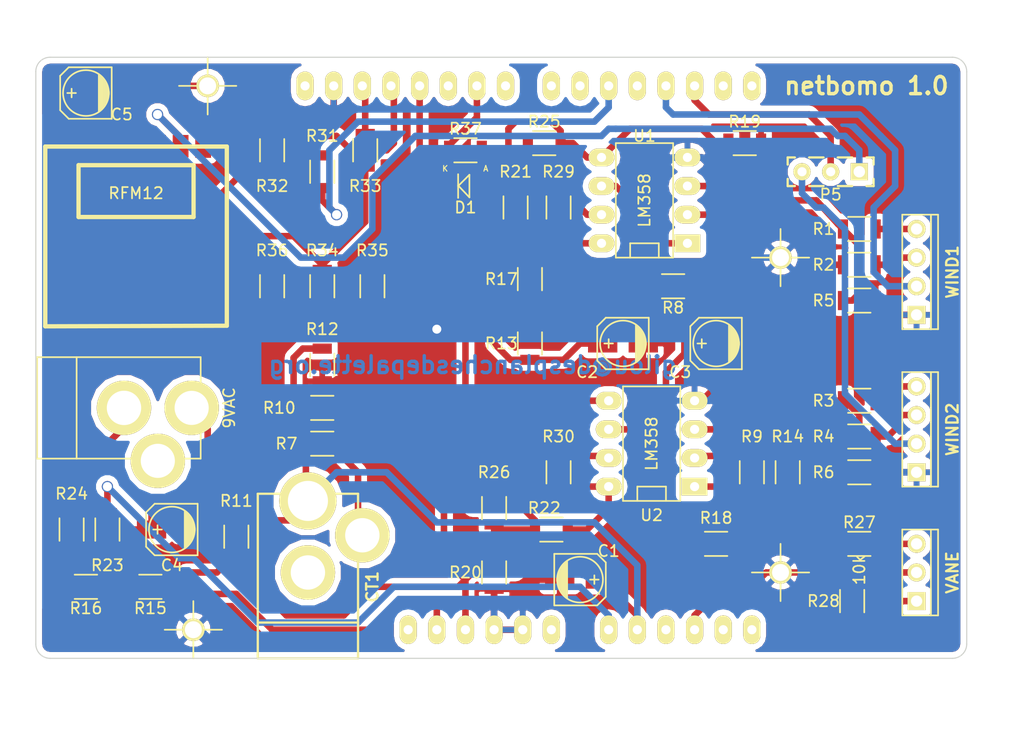
<source format=kicad_pcb>
(kicad_pcb (version 4) (host pcbnew "(2014-12-08 BZR 5318)-product")
  (layers (0 F.Cu signal) (31 B.Cu signal) (34 B.Paste user) (35 F.Paste user) (36 B.SilkS user) (37 F.SilkS user) (38 B.Mask user) (39 F.Mask user) (44 Edge.Cuts user))
  (net 0 "")
  (net 1 /ADC1)
  (net 2 GND)
  (net 3 "Net-(C2-Pad1)")
  (net 4 "Net-(C3-Pad1)")
  (net 5 +3.3V)
  (net 6 "Net-(D1-Pad1)")
  (net 7 /DIG3)
  (net 8 "Net-(P1-Pad3)")
  (net 9 "Net-(P1-Pad4)")
  (net 10 /ANEMO2)
  (net 11 "Net-(P2-Pad3)")
  (net 12 "Net-(P2-Pad4)")
  (net 13 "Net-(P3-Pad1)")
  (net 14 /ADC3)
  (net 15 "Net-(P3-Pad3)")
  (net 16 "Net-(P5-Pad1)")
  (net 17 /DIG2)
  (net 18 "Net-(R1-Pad1)")
  (net 19 "Net-(R2-Pad1)")
  (net 20 "Net-(R3-Pad1)")
  (net 21 "Net-(R4-Pad1)")
  (net 22 "Net-(R13-Pad2)")
  (net 23 "Net-(R14-Pad2)")
  (net 24 +5V)
  (net 25 "Net-(R17-Pad1)")
  (net 26 "Net-(R18-Pad1)")
  (net 27 "Net-(R19-Pad1)")
  (net 28 "Net-(R20-Pad1)")
  (net 29 /ADC0)
  (net 30 "Net-(R25-Pad1)")
  (net 31 "Net-(R26-Pad1)")
  (net 32 /DIG5)
  (net 33 "Net-(R31-Pad2)")
  (net 34 /SCK)
  (net 35 "Net-(R33-Pad2)")
  (net 36 /MOSI)
  (net 37 "Net-(R35-Pad2)")
  (net 38 "Net-(R37-Pad1)")
  (net 39 "Net-(SHIELD1-PadAD5)")
  (net 40 "Net-(SHIELD1-PadAD4)")
  (net 41 "Net-(SHIELD1-PadAD2)")
  (net 42 "Net-(SHIELD1-PadV_IN)")
  (net 43 "Net-(SHIELD1-PadRST)")
  (net 44 "Net-(SHIELD1-Pad0)")
  (net 45 "Net-(SHIELD1-Pad1)")
  (net 46 "Net-(SHIELD1-Pad4)")
  (net 47 "Net-(SHIELD1-Pad6)")
  (net 48 "Net-(SHIELD1-Pad7)")
  (net 49 "Net-(SHIELD1-Pad8)")
  (net 50 "Net-(SHIELD1-Pad10)")
  (net 51 /MISO)
  (net 52 "Net-(SHIELD1-PadAREF)")
  (net 53 VPP)
  (net 54 "Net-(9VAC1-Pad1)")
  (net 55 "Net-(9VAC1-Pad2)")
  (net 56 "Net-(9VAC1-Pad3)")
  (net 57 "Net-(CT1-Pad2)")
  (net 58 "Net-(CT1-Pad1)")
  (net 59 "Net-(RFM12-Pad3)")
  (net 60 "Net-(RFM12-Pad4)")
  (net 61 "Net-(RFM12-Pad5)")
  (net 62 "Net-(RFM12-Pad6)")
  (net 63 "Net-(RFM12-Pad11)")
  (module Connect:BARREL_JACK (layer F.Cu) (at 93.98 62.865)
    (fp_text reference 9VAC (at 9.525 0 90) (layer F.SilkS))
    (fp_text value BARREL_JACK hide)
    (pad 1 thru_hole circle (at 6.20014 0) (size 4.826 4.826) (drill 3.026) (layers *.Cu *.Mask F.SilkS) (net 54 "Net-(9VAC1-Pad1)"))
    (pad 2 thru_hole circle (at 0.20066 0) (size 4.826 4.826) (drill 3.048) (layers *.Cu *.Mask F.SilkS) (net 55 "Net-(9VAC1-Pad2)"))
    (pad 3 thru_hole circle (at 3.2004 4.699) (size 4.826 4.826) (drill 3.026) (layers *.Cu *.Mask F.SilkS) (net 56 "Net-(9VAC1-Pad3)"))
  )
  (module Arduino:ARDUINO_SHIELD_2 (layer F.Cu) (at 86.36 85.09)
    (fp_text reference "netbomo 1.0" (at 73.66 -50.8) (layer F.SilkS) (effects (font (thickness 0.3048))))
    (fp_text value ARDUINO_SHIELD hide)
    (pad AD5 thru_hole oval (at 63.5 -2.54 90) (size 2.54 1.524) (drill 0.8128) (layers *.Cu *.Mask F.SilkS) (net 39 "Net-(SHIELD1-PadAD5)"))
    (pad AD4 thru_hole oval (at 60.96 -2.54 90) (size 2.54 1.524) (drill 0.8128) (layers *.Cu *.Mask F.SilkS) (net 40 "Net-(SHIELD1-PadAD4)"))
    (pad AD3 thru_hole oval (at 58.42 -2.54 90) (size 2.54 1.524) (drill 0.8128) (layers *.Cu *.Mask F.SilkS) (net 14 /ADC3))
    (pad AD0 thru_hole oval (at 50.8 -2.54 90) (size 2.54 1.524) (drill 0.8128) (layers *.Cu *.Mask F.SilkS) (net 29 /ADC0))
    (pad AD1 thru_hole oval (at 53.34 -2.54 90) (size 2.54 1.524) (drill 0.8128) (layers *.Cu *.Mask F.SilkS) (net 1 /ADC1))
    (pad AD2 thru_hole oval (at 55.88 -2.54 90) (size 2.54 1.524) (drill 0.8128) (layers *.Cu *.Mask F.SilkS) (net 41 "Net-(SHIELD1-PadAD2)"))
    (pad V_IN thru_hole oval (at 45.72 -2.54 90) (size 2.54 1.524) (drill 0.8128) (layers *.Cu *.Mask F.SilkS) (net 42 "Net-(SHIELD1-PadV_IN)"))
    (pad GND2 thru_hole oval (at 43.18 -2.54 90) (size 2.54 1.524) (drill 0.8128) (layers *.Cu *.Mask F.SilkS) (net 2 GND))
    (pad GND1 thru_hole oval (at 40.64 -2.54 90) (size 2.54 1.524) (drill 0.8128) (layers *.Cu *.Mask F.SilkS) (net 2 GND))
    (pad 3V3 thru_hole oval (at 35.56 -2.54 90) (size 2.54 1.524) (drill 0.8128) (layers *.Cu *.Mask F.SilkS) (net 5 +3.3V))
    (pad RST thru_hole oval (at 33.02 -2.54 90) (size 2.54 1.524) (drill 0.8128) (layers *.Cu *.Mask F.SilkS) (net 43 "Net-(SHIELD1-PadRST)"))
    (pad 0 thru_hole oval (at 63.5 -50.8 90) (size 2.54 1.524) (drill 0.8128) (layers *.Cu *.Mask F.SilkS) (net 44 "Net-(SHIELD1-Pad0)"))
    (pad 1 thru_hole oval (at 60.96 -50.8 90) (size 2.54 1.524) (drill 0.8128) (layers *.Cu *.Mask F.SilkS) (net 45 "Net-(SHIELD1-Pad1)"))
    (pad 2 thru_hole oval (at 58.42 -50.8 90) (size 2.54 1.524) (drill 0.8128) (layers *.Cu *.Mask F.SilkS) (net 17 /DIG2))
    (pad 3 thru_hole oval (at 55.88 -50.8 90) (size 2.54 1.524) (drill 0.8128) (layers *.Cu *.Mask F.SilkS) (net 7 /DIG3))
    (pad 4 thru_hole oval (at 53.34 -50.8 90) (size 2.54 1.524) (drill 0.8128) (layers *.Cu *.Mask F.SilkS) (net 46 "Net-(SHIELD1-Pad4)"))
    (pad 5 thru_hole oval (at 50.8 -50.8 90) (size 2.54 1.524) (drill 0.8128) (layers *.Cu *.Mask F.SilkS) (net 32 /DIG5))
    (pad 6 thru_hole oval (at 48.26 -50.8 90) (size 2.54 1.524) (drill 0.8128) (layers *.Cu *.Mask F.SilkS) (net 47 "Net-(SHIELD1-Pad6)"))
    (pad 7 thru_hole oval (at 45.72 -50.8 90) (size 2.54 1.524) (drill 0.8128) (layers *.Cu *.Mask F.SilkS) (net 48 "Net-(SHIELD1-Pad7)"))
    (pad 8 thru_hole oval (at 41.656 -50.8 90) (size 2.54 1.524) (drill 0.8128) (layers *.Cu *.Mask F.SilkS) (net 49 "Net-(SHIELD1-Pad8)"))
    (pad 9 thru_hole oval (at 39.116 -50.8 90) (size 2.54 1.524) (drill 0.8128) (layers *.Cu *.Mask F.SilkS) (net 38 "Net-(R37-Pad1)"))
    (pad 10 thru_hole oval (at 36.576 -50.8 90) (size 2.54 1.524) (drill 0.8128) (layers *.Cu *.Mask F.SilkS) (net 50 "Net-(SHIELD1-Pad10)"))
    (pad 11 thru_hole oval (at 34.036 -50.8 90) (size 2.54 1.524) (drill 0.8128) (layers *.Cu *.Mask F.SilkS) (net 36 /MOSI))
    (pad 12 thru_hole oval (at 31.496 -50.8 90) (size 2.54 1.524) (drill 0.8128) (layers *.Cu *.Mask F.SilkS) (net 51 /MISO))
    (pad 13 thru_hole oval (at 28.956 -50.8 90) (size 2.54 1.524) (drill 0.8128) (layers *.Cu *.Mask F.SilkS) (net 34 /SCK))
    (pad GND3 thru_hole oval (at 26.416 -50.8 90) (size 2.54 1.524) (drill 0.8128) (layers *.Cu *.Mask F.SilkS) (net 2 GND))
    (pad AREF thru_hole oval (at 23.876 -50.8 90) (size 2.54 1.524) (drill 0.8128) (layers *.Cu *.Mask F.SilkS) (net 52 "Net-(SHIELD1-PadAREF)"))
    (pad 5V thru_hole oval (at 38.1 -2.54 90) (size 2.54 1.524) (drill 0.8128) (layers *.Cu *.Mask F.SilkS) (net 24 +5V))
    (pad GND1 thru_hole circle (at 66.04 -35.56) (size 2 2) (drill 1.5) (layers *.Cu *.Mask F.SilkS) (net 2 GND))
    (pad GND1 thru_hole circle (at 66.04 -7.62) (size 2 2) (drill 1.5) (layers *.Cu *.Mask F.SilkS) (net 2 GND))
    (pad GND3 thru_hole circle (at 13.97 -2.54) (size 2 2) (drill 1.5) (layers *.Cu *.Mask F.SilkS) (net 2 GND))
    (pad GND4 thru_hole circle (at 15.24 -50.8) (size 2 2) (drill 1.5) (layers *.Cu *.Mask F.SilkS))
  )
  (module Capacitors_SMD:c_elec_4x5.3 (layer F.Cu) (at 134.62 78.105)
    (fp_text reference C1 (at 2.54 -2.54) (layer F.SilkS))
    (fp_text value 10u hide)
    (pad 1 smd rect (at 1.80086 0) (size 2.60096 1.6002) (layers F.Cu F.Paste F.Mask) (net 1 /ADC1))
    (pad 2 smd rect (at -1.80086 0) (size 2.60096 1.6002) (layers F.Cu F.Paste F.Mask) (net 2 GND))
  )
  (module Capacitors_SMD:c_elec_4x5.3 (layer F.Cu) (at 138.43 57.15 180)
    (fp_text reference C2 (at 3.175 -2.54 180) (layer F.SilkS))
    (fp_text value 0,1u hide)
    (pad 1 smd rect (at 1.80086 0 180) (size 2.60096 1.6002) (layers F.Cu F.Paste F.Mask) (net 3 "Net-(C2-Pad1)"))
    (pad 2 smd rect (at -1.80086 0 180) (size 2.60096 1.6002) (layers F.Cu F.Paste F.Mask) (net 2 GND))
  )
  (module Capacitors_SMD:c_elec_4x5.3 (layer F.Cu) (at 146.685 57.15 180)
    (fp_text reference C3 (at 3.175 -2.54 180) (layer F.SilkS))
    (fp_text value 0,1u hide)
    (pad 1 smd rect (at 1.80086 0 180) (size 2.60096 1.6002) (layers F.Cu F.Paste F.Mask) (net 4 "Net-(C3-Pad1)"))
    (pad 2 smd rect (at -1.80086 0 180) (size 2.60096 1.6002) (layers F.Cu F.Paste F.Mask) (net 2 GND))
  )
  (module Capacitors_SMD:c_elec_4x5.3 (layer F.Cu) (at 98.425 73.66 180)
    (fp_text reference C4 (at 0 -3.175 180) (layer F.SilkS))
    (fp_text value 10u hide)
    (pad 1 smd rect (at 1.80086 0 180) (size 2.60096 1.6002) (layers F.Cu F.Paste F.Mask) (net 54 "Net-(9VAC1-Pad1)"))
    (pad 2 smd rect (at -1.80086 0 180) (size 2.60096 1.6002) (layers F.Cu F.Paste F.Mask) (net 2 GND))
  )
  (module Capacitors_SMD:c_elec_4x5.3 (layer F.Cu) (at 90.805 34.925 180)
    (fp_text reference C5 (at -3.175 -1.905 360) (layer F.SilkS))
    (fp_text value 0,1u hide)
    (pad 1 smd rect (at 1.80086 0 180) (size 2.60096 1.6002) (layers F.Cu F.Paste F.Mask) (net 5 +3.3V))
    (pad 2 smd rect (at -1.80086 0 180) (size 2.60096 1.6002) (layers F.Cu F.Paste F.Mask) (net 2 GND))
  )
  (module Diodes_SMD:Diode-MiniMELF_Standard (layer F.Cu) (at 124.46 43.18 180)
    (fp_text reference D1 (at 0 -1.905 180) (layer F.SilkS))
    (fp_text value LED hide)
    (fp_text user A (at -1.80086 1.5494 180) (layer F.SilkS) (effects (font (size 0.50038 0.50038) (thickness 0.09906))))
    (fp_text user K (at 1.80086 1.5494 180) (layer F.SilkS) (effects (font (size 0.50038 0.50038) (thickness 0.09906))))
    (pad 1 smd rect (at -1.75006 0 180) (size 1.30048 1.69926) (layers F.Cu F.Paste F.Mask) (net 6 "Net-(D1-Pad1)"))
    (pad 2 smd rect (at 1.75006 0 180) (size 1.30048 1.69926) (layers F.Cu F.Paste F.Mask) (net 2 GND))
  )
  (module diy_connectors:PAD_3 (layer F.Cu) (at 156.845 41.91 180)
    (fp_text reference P5 (at 0 -2.032 180) (layer F.SilkS))
    (fp_text value WIND2/RFM hide)
    (pad 1 thru_hole rect (at -2.54 0 180) (size 1.524 1.524) (drill 1.016) (layers *.Cu *.Mask F.SilkS) (net 16 "Net-(P5-Pad1)"))
    (pad 2 thru_hole circle (at 0 0 180) (size 1.524 1.524) (drill 0.8128) (layers *.Cu *.Mask F.SilkS) (net 17 /DIG2))
    (pad 3 thru_hole circle (at 2.54 0 180) (size 1.524 1.524) (drill 0.8128) (layers *.Cu *.Mask F.SilkS) (net 10 /ANEMO2))
  )
  (module Resistors_SMD:R_1206 (layer F.Cu) (at 159.385 46.99)
    (fp_text reference R1 (at -3.175 0) (layer F.SilkS))
    (fp_text value 10k hide)
    (pad 1 smd rect (at -1.45 0) (size 0.9 1.7) (layers F.Cu F.Paste F.Mask) (net 18 "Net-(R1-Pad1)"))
    (pad 2 smd rect (at 1.45 0) (size 0.9 1.7) (layers F.Cu F.Paste F.Mask) (net 9 "Net-(P1-Pad4)"))
  )
  (module Resistors_SMD:R_1206 (layer F.Cu) (at 159.385 50.165)
    (fp_text reference R2 (at -3.175 0) (layer F.SilkS))
    (fp_text value 10k hide)
    (pad 1 smd rect (at -1.45 0) (size 0.9 1.7) (layers F.Cu F.Paste F.Mask) (net 19 "Net-(R2-Pad1)"))
    (pad 2 smd rect (at 1.45 0) (size 0.9 1.7) (layers F.Cu F.Paste F.Mask) (net 8 "Net-(P1-Pad3)"))
  )
  (module Resistors_SMD:R_1206 (layer F.Cu) (at 159.385 62.23)
    (fp_text reference R3 (at -3.175 0) (layer F.SilkS))
    (fp_text value 10k hide)
    (pad 1 smd rect (at -1.45 0) (size 0.9 1.7) (layers F.Cu F.Paste F.Mask) (net 20 "Net-(R3-Pad1)"))
    (pad 2 smd rect (at 1.45 0) (size 0.9 1.7) (layers F.Cu F.Paste F.Mask) (net 12 "Net-(P2-Pad4)"))
  )
  (module Resistors_SMD:R_1206 (layer F.Cu) (at 159.385 65.405)
    (fp_text reference R4 (at -3.175 0) (layer F.SilkS))
    (fp_text value 10k hide)
    (pad 1 smd rect (at -1.45 0) (size 0.9 1.7) (layers F.Cu F.Paste F.Mask) (net 21 "Net-(R4-Pad1)"))
    (pad 2 smd rect (at 1.45 0) (size 0.9 1.7) (layers F.Cu F.Paste F.Mask) (net 11 "Net-(P2-Pad3)"))
  )
  (module Resistors_SMD:R_1206 (layer F.Cu) (at 159.385 53.34 180)
    (fp_text reference R5 (at 3.175 0 180) (layer F.SilkS))
    (fp_text value 100k hide)
    (pad 1 smd rect (at -1.45 0 180) (size 0.9 1.7) (layers F.Cu F.Paste F.Mask) (net 2 GND))
    (pad 2 smd rect (at 1.45 0 180) (size 0.9 1.7) (layers F.Cu F.Paste F.Mask) (net 18 "Net-(R1-Pad1)"))
  )
  (module Resistors_SMD:R_1206 (layer F.Cu) (at 159.385 68.58 180)
    (fp_text reference R6 (at 3.175 0 180) (layer F.SilkS))
    (fp_text value 100k hide)
    (pad 1 smd rect (at -1.45 0 180) (size 0.9 1.7) (layers F.Cu F.Paste F.Mask) (net 2 GND))
    (pad 2 smd rect (at 1.45 0 180) (size 0.9 1.7) (layers F.Cu F.Paste F.Mask) (net 20 "Net-(R3-Pad1)"))
  )
  (module Resistors_SMD:R_1206 (layer F.Cu) (at 111.76 66.04)
    (fp_text reference R7 (at -3.175 0) (layer F.SilkS))
    (fp_text value 33 hide)
    (pad 1 smd rect (at -1.45 0) (size 0.9 1.7) (layers F.Cu F.Paste F.Mask) (net 1 /ADC1))
    (pad 2 smd rect (at 1.45 0) (size 0.9 1.7) (layers F.Cu F.Paste F.Mask) (net 57 "Net-(CT1-Pad2)"))
  )
  (module Resistors_SMD:R_1206 (layer F.Cu) (at 142.875 52.07)
    (fp_text reference R8 (at 0 1.905) (layer F.SilkS))
    (fp_text value 100k hide)
    (pad 1 smd rect (at -1.45 0) (size 0.9 1.7) (layers F.Cu F.Paste F.Mask) (net 22 "Net-(R13-Pad2)"))
    (pad 2 smd rect (at 1.45 0) (size 0.9 1.7) (layers F.Cu F.Paste F.Mask) (net 19 "Net-(R2-Pad1)"))
  )
  (module Resistors_SMD:R_1206 (layer F.Cu) (at 149.86 68.58 90)
    (fp_text reference R9 (at 3.175 0 180) (layer F.SilkS))
    (fp_text value 100k hide)
    (pad 1 smd rect (at -1.45 0 90) (size 0.9 1.7) (layers F.Cu F.Paste F.Mask) (net 23 "Net-(R14-Pad2)"))
    (pad 2 smd rect (at 1.45 0 90) (size 0.9 1.7) (layers F.Cu F.Paste F.Mask) (net 21 "Net-(R4-Pad1)"))
  )
  (module Resistors_SMD:R_1206 (layer F.Cu) (at 111.76 62.865)
    (fp_text reference R10 (at -3.81 0) (layer F.SilkS))
    (fp_text value 33 hide)
    (pad 1 smd rect (at -1.45 0) (size 0.9 1.7) (layers F.Cu F.Paste F.Mask) (net 1 /ADC1))
    (pad 2 smd rect (at 1.45 0) (size 0.9 1.7) (layers F.Cu F.Paste F.Mask) (net 57 "Net-(CT1-Pad2)"))
  )
  (module Resistors_SMD:R_1206 (layer F.Cu) (at 104.14 74.295 90)
    (fp_text reference R11 (at 3.175 0 180) (layer F.SilkS))
    (fp_text value 470K hide)
    (pad 1 smd rect (at -1.45 0 90) (size 0.9 1.7) (layers F.Cu F.Paste F.Mask) (net 24 +5V))
    (pad 2 smd rect (at 1.45 0 90) (size 0.9 1.7) (layers F.Cu F.Paste F.Mask) (net 1 /ADC1))
  )
  (module Resistors_SMD:R_1206 (layer F.Cu) (at 111.76 59.055 270)
    (fp_text reference R12 (at -3.175 0 360) (layer F.SilkS))
    (fp_text value 470k hide)
    (pad 1 smd rect (at -1.45 0 270) (size 0.9 1.7) (layers F.Cu F.Paste F.Mask) (net 1 /ADC1))
    (pad 2 smd rect (at 1.45 0 270) (size 0.9 1.7) (layers F.Cu F.Paste F.Mask) (net 2 GND))
  )
  (module Resistors_SMD:R_1206 (layer F.Cu) (at 130.175 57.15 90)
    (fp_text reference R13 (at 0 -2.54 180) (layer F.SilkS))
    (fp_text value 12k hide)
    (pad 1 smd rect (at -1.45 0 90) (size 0.9 1.7) (layers F.Cu F.Paste F.Mask) (net 3 "Net-(C2-Pad1)"))
    (pad 2 smd rect (at 1.45 0 90) (size 0.9 1.7) (layers F.Cu F.Paste F.Mask) (net 22 "Net-(R13-Pad2)"))
  )
  (module Resistors_SMD:R_1206 (layer F.Cu) (at 153.035 68.58 90)
    (fp_text reference R14 (at 3.175 0 180) (layer F.SilkS))
    (fp_text value 12k hide)
    (pad 1 smd rect (at -1.45 0 90) (size 0.9 1.7) (layers F.Cu F.Paste F.Mask) (net 4 "Net-(C3-Pad1)"))
    (pad 2 smd rect (at 1.45 0 90) (size 0.9 1.7) (layers F.Cu F.Paste F.Mask) (net 23 "Net-(R14-Pad2)"))
  )
  (module Resistors_SMD:R_1206 (layer F.Cu) (at 96.52 78.74)
    (fp_text reference R15 (at 0 1.905) (layer F.SilkS))
    (fp_text value R hide)
    (pad 1 smd rect (at -1.45 0) (size 0.9 1.7) (layers F.Cu F.Paste F.Mask) (net 54 "Net-(9VAC1-Pad1)"))
    (pad 2 smd rect (at 1.45 0) (size 0.9 1.7) (layers F.Cu F.Paste F.Mask) (net 24 +5V))
  )
  (module Resistors_SMD:R_1206 (layer F.Cu) (at 90.805 78.74)
    (fp_text reference R16 (at 0 1.905) (layer F.SilkS))
    (fp_text value R hide)
    (pad 1 smd rect (at -1.45 0) (size 0.9 1.7) (layers F.Cu F.Paste F.Mask) (net 54 "Net-(9VAC1-Pad1)"))
    (pad 2 smd rect (at 1.45 0) (size 0.9 1.7) (layers F.Cu F.Paste F.Mask) (net 2 GND))
  )
  (module Resistors_SMD:R_1206 (layer F.Cu) (at 130.175 51.435 270)
    (fp_text reference R17 (at 0 2.54 360) (layer F.SilkS))
    (fp_text value 10k hide)
    (pad 1 smd rect (at -1.45 0 270) (size 0.9 1.7) (layers F.Cu F.Paste F.Mask) (net 25 "Net-(R17-Pad1)"))
    (pad 2 smd rect (at 1.45 0 270) (size 0.9 1.7) (layers F.Cu F.Paste F.Mask) (net 3 "Net-(C2-Pad1)"))
  )
  (module Resistors_SMD:R_1206 (layer F.Cu) (at 146.685 74.93)
    (fp_text reference R18 (at 0 -2.3) (layer F.SilkS))
    (fp_text value 10k hide)
    (pad 1 smd rect (at -1.45 0) (size 0.9 1.7) (layers F.Cu F.Paste F.Mask) (net 26 "Net-(R18-Pad1)"))
    (pad 2 smd rect (at 1.45 0) (size 0.9 1.7) (layers F.Cu F.Paste F.Mask) (net 4 "Net-(C3-Pad1)"))
  )
  (module Resistors_SMD:R_1206 (layer F.Cu) (at 149.225 39.37)
    (fp_text reference R19 (at 0 -1.905) (layer F.SilkS))
    (fp_text value 10k hide)
    (pad 1 smd rect (at -1.45 0) (size 0.9 1.7) (layers F.Cu F.Paste F.Mask) (net 27 "Net-(R19-Pad1)"))
    (pad 2 smd rect (at 1.45 0) (size 0.9 1.7) (layers F.Cu F.Paste F.Mask) (net 2 GND))
  )
  (module Resistors_SMD:R_1206 (layer F.Cu) (at 127 77.47 270)
    (fp_text reference R20 (at 0 2.54 360) (layer F.SilkS))
    (fp_text value 10k hide)
    (pad 1 smd rect (at -1.45 0 270) (size 0.9 1.7) (layers F.Cu F.Paste F.Mask) (net 28 "Net-(R20-Pad1)"))
    (pad 2 smd rect (at 1.45 0 270) (size 0.9 1.7) (layers F.Cu F.Paste F.Mask) (net 2 GND))
  )
  (module Resistors_SMD:R_1206 (layer F.Cu) (at 128.905 45.085 90)
    (fp_text reference R21 (at 3.175 0 180) (layer F.SilkS))
    (fp_text value 100k hide)
    (pad 1 smd rect (at -1.45 0 90) (size 0.9 1.7) (layers F.Cu F.Paste F.Mask) (net 24 +5V))
    (pad 2 smd rect (at 1.45 0 90) (size 0.9 1.7) (layers F.Cu F.Paste F.Mask) (net 27 "Net-(R19-Pad1)"))
  )
  (module Resistors_SMD:R_1206 (layer F.Cu) (at 132.08 73.66 180)
    (fp_text reference R22 (at 0.635 1.905 180) (layer F.SilkS))
    (fp_text value 100k hide)
    (pad 1 smd rect (at -1.45 0 180) (size 0.9 1.7) (layers F.Cu F.Paste F.Mask) (net 24 +5V))
    (pad 2 smd rect (at 1.45 0 180) (size 0.9 1.7) (layers F.Cu F.Paste F.Mask) (net 28 "Net-(R20-Pad1)"))
  )
  (module Resistors_SMD:R_1206 (layer F.Cu) (at 92.71 73.66 90)
    (fp_text reference R23 (at -3.175 0 180) (layer F.SilkS))
    (fp_text value R hide)
    (pad 1 smd rect (at -1.45 0 90) (size 0.9 1.7) (layers F.Cu F.Paste F.Mask) (net 54 "Net-(9VAC1-Pad1)"))
    (pad 2 smd rect (at 1.45 0 90) (size 0.9 1.7) (layers F.Cu F.Paste F.Mask) (net 29 /ADC0))
  )
  (module Resistors_SMD:R_1206 (layer F.Cu) (at 89.535 73.66 270)
    (fp_text reference R24 (at -3.175 0 360) (layer F.SilkS))
    (fp_text value R hide)
    (pad 1 smd rect (at -1.45 0 270) (size 0.9 1.7) (layers F.Cu F.Paste F.Mask) (net 55 "Net-(9VAC1-Pad2)"))
    (pad 2 smd rect (at 1.45 0 270) (size 0.9 1.7) (layers F.Cu F.Paste F.Mask) (net 29 /ADC0))
  )
  (module Resistors_SMD:R_1206 (layer F.Cu) (at 131.445 39.37)
    (fp_text reference R25 (at 0 -1.905) (layer F.SilkS))
    (fp_text value 1M hide)
    (pad 1 smd rect (at -1.45 0) (size 0.9 1.7) (layers F.Cu F.Paste F.Mask) (net 30 "Net-(R25-Pad1)"))
    (pad 2 smd rect (at 1.45 0) (size 0.9 1.7) (layers F.Cu F.Paste F.Mask) (net 27 "Net-(R19-Pad1)"))
  )
  (module Resistors_SMD:R_1206 (layer F.Cu) (at 127 71.755 270)
    (fp_text reference R26 (at -3.175 0 360) (layer F.SilkS))
    (fp_text value 1M hide)
    (pad 1 smd rect (at -1.45 0 270) (size 0.9 1.7) (layers F.Cu F.Paste F.Mask) (net 31 "Net-(R26-Pad1)"))
    (pad 2 smd rect (at 1.45 0 270) (size 0.9 1.7) (layers F.Cu F.Paste F.Mask) (net 28 "Net-(R20-Pad1)"))
  )
  (module Resistors_SMD:R_1206 (layer F.Cu) (at 159.385 74.93)
    (fp_text reference R27 (at 0 -1.905) (layer F.SilkS))
    (fp_text value 10k (at 0 2.3 90) (layer F.SilkS))
    (pad 1 smd rect (at -1.45 0) (size 0.9 1.7) (layers F.Cu F.Paste F.Mask) (net 24 +5V))
    (pad 2 smd rect (at 1.45 0) (size 0.9 1.7) (layers F.Cu F.Paste F.Mask) (net 15 "Net-(P3-Pad3)"))
  )
  (module Resistors_SMD:R_1206 (layer F.Cu) (at 158.75 80.01 90)
    (fp_text reference R28 (at 0 -2.54 180) (layer F.SilkS))
    (fp_text value 10k hide)
    (pad 1 smd rect (at -1.45 0 90) (size 0.9 1.7) (layers F.Cu F.Paste F.Mask) (net 13 "Net-(P3-Pad1)"))
    (pad 2 smd rect (at 1.45 0 90) (size 0.9 1.7) (layers F.Cu F.Paste F.Mask) (net 2 GND))
  )
  (module Resistors_SMD:R_1206 (layer F.Cu) (at 132.715 45.085 90)
    (fp_text reference R29 (at 3.175 0 180) (layer F.SilkS))
    (fp_text value 100k hide)
    (pad 1 smd rect (at -1.45 0 90) (size 0.9 1.7) (layers F.Cu F.Paste F.Mask) (net 24 +5V))
    (pad 2 smd rect (at 1.45 0 90) (size 0.9 1.7) (layers F.Cu F.Paste F.Mask) (net 30 "Net-(R25-Pad1)"))
  )
  (module Resistors_SMD:R_1206 (layer F.Cu) (at 132.715 68.58 90)
    (fp_text reference R30 (at 3.175 0 180) (layer F.SilkS))
    (fp_text value 100k hide)
    (pad 1 smd rect (at -1.45 0 90) (size 0.9 1.7) (layers F.Cu F.Paste F.Mask) (net 24 +5V))
    (pad 2 smd rect (at 1.45 0 90) (size 0.9 1.7) (layers F.Cu F.Paste F.Mask) (net 31 "Net-(R26-Pad1)"))
  )
  (module Resistors_SMD:R_1206 (layer F.Cu) (at 111.76 41.91 90)
    (fp_text reference R31 (at 3.175 0 180) (layer F.SilkS))
    (fp_text value 4.7k hide)
    (pad 1 smd rect (at -1.45 0 90) (size 0.9 1.7) (layers F.Cu F.Paste F.Mask) (net 32 /DIG5))
    (pad 2 smd rect (at 1.45 0 90) (size 0.9 1.7) (layers F.Cu F.Paste F.Mask) (net 33 "Net-(R31-Pad2)"))
  )
  (module Resistors_SMD:R_1206 (layer F.Cu) (at 107.315 40.005 90)
    (fp_text reference R32 (at -3.175 0 180) (layer F.SilkS))
    (fp_text value 10k hide)
    (pad 1 smd rect (at -1.45 0 90) (size 0.9 1.7) (layers F.Cu F.Paste F.Mask) (net 33 "Net-(R31-Pad2)"))
    (pad 2 smd rect (at 1.45 0 90) (size 0.9 1.7) (layers F.Cu F.Paste F.Mask) (net 2 GND))
  )
  (module Resistors_SMD:R_1206 (layer F.Cu) (at 115.57 40.005 270)
    (fp_text reference R33 (at 3.175 0 360) (layer F.SilkS))
    (fp_text value 4.7k hide)
    (pad 1 smd rect (at -1.45 0 270) (size 0.9 1.7) (layers F.Cu F.Paste F.Mask) (net 34 /SCK))
    (pad 2 smd rect (at 1.45 0 270) (size 0.9 1.7) (layers F.Cu F.Paste F.Mask) (net 35 "Net-(R33-Pad2)"))
  )
  (module Resistors_SMD:R_1206 (layer F.Cu) (at 111.76 52.07 270)
    (fp_text reference R34 (at -3.175 0 360) (layer F.SilkS))
    (fp_text value 10k hide)
    (pad 1 smd rect (at -1.45 0 270) (size 0.9 1.7) (layers F.Cu F.Paste F.Mask) (net 35 "Net-(R33-Pad2)"))
    (pad 2 smd rect (at 1.45 0 270) (size 0.9 1.7) (layers F.Cu F.Paste F.Mask) (net 2 GND))
  )
  (module Resistors_SMD:R_1206 (layer F.Cu) (at 116.205 52.07 90)
    (fp_text reference R35 (at 3.175 0 180) (layer F.SilkS))
    (fp_text value 4.7k hide)
    (pad 1 smd rect (at -1.45 0 90) (size 0.9 1.7) (layers F.Cu F.Paste F.Mask) (net 36 /MOSI))
    (pad 2 smd rect (at 1.45 0 90) (size 0.9 1.7) (layers F.Cu F.Paste F.Mask) (net 37 "Net-(R35-Pad2)"))
  )
  (module Resistors_SMD:R_1206 (layer F.Cu) (at 107.315 52.07 270)
    (fp_text reference R36 (at -3.175 0 360) (layer F.SilkS))
    (fp_text value 10k hide)
    (pad 1 smd rect (at -1.45 0 270) (size 0.9 1.7) (layers F.Cu F.Paste F.Mask) (net 37 "Net-(R35-Pad2)"))
    (pad 2 smd rect (at 1.45 0 270) (size 0.9 1.7) (layers F.Cu F.Paste F.Mask) (net 2 GND))
  )
  (module Resistors_SMD:R_1206 (layer F.Cu) (at 124.46 40.005)
    (fp_text reference R37 (at 0 -1.905) (layer F.SilkS))
    (fp_text value 470 hide)
    (pad 1 smd rect (at -1.45 0) (size 0.9 1.7) (layers F.Cu F.Paste F.Mask) (net 38 "Net-(R37-Pad1)"))
    (pad 2 smd rect (at 1.45 0) (size 0.9 1.7) (layers F.Cu F.Paste F.Mask) (net 6 "Net-(D1-Pad1)"))
  )
  (module Sockets_DIP:DIP-8__300_ELL (layer F.Cu) (at 140.335 44.45 90)
    (fp_text reference U1 (at 5.715 0 180) (layer F.SilkS))
    (fp_text value LM358 (at 0 0 90) (layer F.SilkS))
    (pad 1 thru_hole rect (at -3.81 3.81 90) (size 1.5748 2.286) (drill 0.8128) (layers *.Cu *.Mask F.SilkS) (net 22 "Net-(R13-Pad2)"))
    (pad 2 thru_hole oval (at -1.27 3.81 90) (size 1.5748 2.286) (drill 0.8128) (layers *.Cu *.Mask F.SilkS) (net 19 "Net-(R2-Pad1)"))
    (pad 3 thru_hole oval (at 1.27 3.81 90) (size 1.5748 2.286) (drill 0.8128) (layers *.Cu *.Mask F.SilkS) (net 18 "Net-(R1-Pad1)"))
    (pad 4 thru_hole oval (at 3.81 3.81 90) (size 1.5748 2.286) (drill 0.8128) (layers *.Cu *.Mask F.SilkS) (net 2 GND))
    (pad 5 thru_hole oval (at 3.81 -3.81 90) (size 1.5748 2.286) (drill 0.8128) (layers *.Cu *.Mask F.SilkS) (net 27 "Net-(R19-Pad1)"))
    (pad 6 thru_hole oval (at 1.27 -3.81 90) (size 1.5748 2.286) (drill 0.8128) (layers *.Cu *.Mask F.SilkS) (net 25 "Net-(R17-Pad1)"))
    (pad 7 thru_hole oval (at -1.27 -3.81 90) (size 1.5748 2.286) (drill 0.8128) (layers *.Cu *.Mask F.SilkS) (net 30 "Net-(R25-Pad1)"))
    (pad 8 thru_hole oval (at -3.81 -3.81 90) (size 1.5748 2.286) (drill 0.8128) (layers *.Cu *.Mask F.SilkS) (net 24 +5V))
  )
  (module Sockets_DIP:DIP-8__300_ELL (layer F.Cu) (at 140.97 66.04 90)
    (fp_text reference U2 (at -6.35 0 180) (layer F.SilkS))
    (fp_text value LM358 (at 0 0 90) (layer F.SilkS))
    (pad 1 thru_hole rect (at -3.81 3.81 90) (size 1.5748 2.286) (drill 0.8128) (layers *.Cu *.Mask F.SilkS) (net 23 "Net-(R14-Pad2)"))
    (pad 2 thru_hole oval (at -1.27 3.81 90) (size 1.5748 2.286) (drill 0.8128) (layers *.Cu *.Mask F.SilkS) (net 21 "Net-(R4-Pad1)"))
    (pad 3 thru_hole oval (at 1.27 3.81 90) (size 1.5748 2.286) (drill 0.8128) (layers *.Cu *.Mask F.SilkS) (net 20 "Net-(R3-Pad1)"))
    (pad 4 thru_hole oval (at 3.81 3.81 90) (size 1.5748 2.286) (drill 0.8128) (layers *.Cu *.Mask F.SilkS) (net 2 GND))
    (pad 5 thru_hole oval (at 3.81 -3.81 90) (size 1.5748 2.286) (drill 0.8128) (layers *.Cu *.Mask F.SilkS) (net 28 "Net-(R20-Pad1)"))
    (pad 6 thru_hole oval (at 1.27 -3.81 90) (size 1.5748 2.286) (drill 0.8128) (layers *.Cu *.Mask F.SilkS) (net 26 "Net-(R18-Pad1)"))
    (pad 7 thru_hole oval (at -1.27 -3.81 90) (size 1.5748 2.286) (drill 0.8128) (layers *.Cu *.Mask F.SilkS) (net 31 "Net-(R26-Pad1)"))
    (pad 8 thru_hole oval (at -3.81 -3.81 90) (size 1.5748 2.286) (drill 0.8128) (layers *.Cu *.Mask F.SilkS) (net 24 +5V))
  )
  (module bornier:BORNIER_04 (layer F.Cu) (at 164.465 50.8 90)
    (fp_text reference P1 hide)
    (fp_text value WIND1 (at 0 3.175 90) (layer F.SilkS) (effects (font (size 1.016 1.016) (thickness 0.2032))))
    (pad 1 thru_hole rect (at -3.81 0 90) (size 1.6 1.6) (drill 1) (layers *.Cu *.Mask F.SilkS) (net 2 GND))
    (pad 2 thru_hole circle (at -1.27 0 90) (size 1.6 1.6) (drill 1) (layers *.Cu *.Mask F.SilkS) (net 7 /DIG3))
    (pad 3 thru_hole circle (at 1.27 0 90) (size 1.6 1.6) (drill 1) (layers *.Cu *.Mask F.SilkS) (net 8 "Net-(P1-Pad3)"))
    (pad 4 thru_hole circle (at 3.81 0 90) (size 1.6 1.6) (drill 1) (layers *.Cu *.Mask F.SilkS) (net 9 "Net-(P1-Pad4)"))
  )
  (module bornier:BORNIER_04 (layer F.Cu) (at 164.465 64.77 90)
    (fp_text reference P2 hide)
    (fp_text value WIND2 (at 0 3.175 90) (layer F.SilkS) (effects (font (size 1.016 1.016) (thickness 0.2032))))
    (pad 1 thru_hole rect (at -3.81 0 90) (size 1.6 1.6) (drill 1) (layers *.Cu *.Mask F.SilkS) (net 2 GND))
    (pad 2 thru_hole circle (at -1.27 0 90) (size 1.6 1.6) (drill 1) (layers *.Cu *.Mask F.SilkS) (net 10 /ANEMO2))
    (pad 3 thru_hole circle (at 1.27 0 90) (size 1.6 1.6) (drill 1) (layers *.Cu *.Mask F.SilkS) (net 11 "Net-(P2-Pad3)"))
    (pad 4 thru_hole circle (at 3.81 0 90) (size 1.6 1.6) (drill 1) (layers *.Cu *.Mask F.SilkS) (net 12 "Net-(P2-Pad4)"))
  )
  (module bornier:BORNIER_03 (layer F.Cu) (at 164.465 77.47 90)
    (fp_text reference P3 hide)
    (fp_text value VANE (at 0 3.175 90) (layer F.SilkS) (effects (font (size 1.016 1.016) (thickness 0.2032))))
    (pad 1 thru_hole rect (at -2.54 0 90) (size 1.6 1.6) (drill 1) (layers *.Cu *.Mask F.SilkS) (net 13 "Net-(P3-Pad1)"))
    (pad 2 thru_hole circle (at 0 0 90) (size 1.6 1.6) (drill 1) (layers *.Cu *.Mask F.SilkS) (net 14 /ADC3))
    (pad 3 thru_hole circle (at 2.54 0 90) (size 1.6 1.6) (drill 1) (layers *.Cu *.Mask F.SilkS) (net 15 "Net-(P3-Pad3)"))
  )
  (module diy_connectors:JACK_2.1_DC (layer F.Cu) (at 110.49 77.47 90)
    (fp_text reference CT1 (at -1.27 5.715 90) (layer F.SilkS) (effects (font (size 1.016 1.016) (thickness 0.2032))))
    (fp_text value JACK_STEREO hide)
    (pad 2 thru_hole circle (at 3.302 4.826 90) (size 4.826 4.826) (drill 3.048) (layers *.Cu *.Mask F.SilkS) (net 57 "Net-(CT1-Pad2)"))
    (pad 1 thru_hole circle (at 0 0 90) (size 4.826 4.826) (drill 3.048) (layers *.Cu *.Mask F.SilkS) (net 58 "Net-(CT1-Pad1)"))
    (pad 3 thru_hole circle (at 6.35 0 90) (size 5.08 5.08) (drill 3.556) (layers *.Cu *.Mask F.SilkS) (net 1 /ADC1))
  )
  (module rfm12:RFM12 (layer F.Cu) (at 95.25 47.625 270)
    (fp_text reference RFM12 (at -3.81 0 360) (layer F.SilkS))
    (fp_text value RFM12 hide)
    (pad 1 smd rect (at -7.9502 -5.95122 270) (size 1.99898 1.39954) (layers F.Cu F.Paste F.Mask) (net 51 /MISO))
    (pad 2 smd rect (at -7.97814 -3.9497 270) (size 1.99898 1.39954) (layers F.Cu F.Paste F.Mask) (net 16 "Net-(P5-Pad1)"))
    (pad 3 smd rect (at -7.97814 -1.95072 270) (size 1.99898 1.39954) (layers F.Cu F.Paste F.Mask) (net 59 "Net-(RFM12-Pad3)"))
    (pad 4 smd rect (at -7.97814 0 270) (size 1.99898 1.39954) (layers F.Cu F.Paste F.Mask) (net 60 "Net-(RFM12-Pad4)"))
    (pad 5 smd rect (at -7.97814 1.95072 270) (size 1.99898 1.39954) (layers F.Cu F.Paste F.Mask) (net 61 "Net-(RFM12-Pad5)"))
    (pad 6 smd rect (at -7.97814 3.9497 270) (size 1.99898 1.39954) (layers F.Cu F.Paste F.Mask) (net 62 "Net-(RFM12-Pad6)"))
    (pad 7 smd rect (at -7.97814 5.95122 270) (size 1.99898 1.39954) (layers F.Cu F.Paste F.Mask) (net 2 GND))
    (pad 8 smd rect (at 7.92226 5.95122 270) (size 1.99898 1.39954) (layers F.Cu F.Paste F.Mask) (net 53 VPP))
    (pad 9 smd rect (at 7.92226 3.9497 270) (size 1.99898 1.39954) (layers F.Cu F.Paste F.Mask) (net 5 +3.3V))
    (pad 10 smd rect (at 7.92226 1.95072 270) (size 1.99898 1.39954) (layers F.Cu F.Paste F.Mask) (net 2 GND))
    (pad 11 smd rect (at 7.92226 0 270) (size 1.99898 1.39954) (layers F.Cu F.Paste F.Mask) (net 63 "Net-(RFM12-Pad11)"))
    (pad 12 smd rect (at 7.92226 -1.95072 270) (size 1.99898 1.39954) (layers F.Cu F.Paste F.Mask) (net 37 "Net-(R35-Pad2)"))
    (pad 13 smd rect (at 7.92226 -3.9497 270) (size 1.99898 1.39954) (layers F.Cu F.Paste F.Mask) (net 35 "Net-(R33-Pad2)"))
    (pad 14 smd rect (at 7.92226 -5.95122 270) (size 1.99898 1.39954) (layers F.Cu F.Paste F.Mask) (net 33 "Net-(R31-Pad2)"))
  )
  (gr_arc (start 87.63 33.02) (end 86.36 33.02) (angle 90) (layer Edge.Cuts) (width 0.1))
  (gr_arc (start 87.63 83.82) (end 87.63 85.09) (angle 90) (layer Edge.Cuts) (width 0.1))
  (gr_arc (start 167.64 83.82) (end 168.91 83.82) (angle 90) (layer Edge.Cuts) (width 0.1))
  (gr_arc (start 167.64 33.02) (end 167.64 31.75) (angle 90) (layer Edge.Cuts) (width 0.1))
  (gr_line (start 168.91 83.82) (end 168.91 33.02) (angle 90) (layer Edge.Cuts) (width 0.1))
  (gr_line (start 87.63 85.09) (end 167.64 85.09) (angle 90) (layer Edge.Cuts) (width 0.1))
  (gr_line (start 86.36 33.02) (end 86.36 83.82) (angle 90) (layer Edge.Cuts) (width 0.1))
  (gr_line (start 167.64 31.75) (end 87.63 31.75) (angle 90) (layer Edge.Cuts) (width 0.1))
  (gr_text gilou@desplanchesdepalette.org (at 125.095 59.055) (layer B.Cu) (effects (font (size 1.5 1.5) (thickness 0.3)) (justify mirror)))
  (segment (start 139.7 82.55) (end 139.7 76.835) (width 0.58) (layer B.Cu) (net 1))
  (segment (start 113.03 68.58) (end 110.49 71.12) (width 0.58) (layer B.Cu) (net 1))
  (segment (start 117.475 68.58) (end 113.03 68.58) (width 0.58) (layer B.Cu) (net 1))
  (segment (start 121.92 73.025) (end 117.475 68.58) (width 0.58) (layer B.Cu) (net 1))
  (segment (start 135.89 73.025) (end 121.92 73.025) (width 0.58) (layer B.Cu) (net 1))
  (segment (start 139.7 76.835) (end 135.89 73.025) (width 0.58) (layer B.Cu) (net 1))
  (segment (start 104.14 72.845) (end 108.765 72.845) (width 0.58) (layer F.Cu) (net 1))
  (segment (start 108.765 72.845) (end 110.49 71.12) (width 0.58) (layer F.Cu) (net 1))
  (segment (start 110.31 66.04) (end 110.31 70.94) (width 0.58) (layer F.Cu) (net 1))
  (segment (start 110.31 70.94) (end 110.49 71.12) (width 0.58) (layer F.Cu) (net 1))
  (segment (start 110.31 62.865) (end 110.31 66.04) (width 0.58) (layer F.Cu) (net 1))
  (segment (start 111.76 57.605) (end 110.035 57.605) (width 0.58) (layer F.Cu) (net 1))
  (segment (start 109.22 61.775) (end 110.31 62.865) (width 0.58) (layer F.Cu) (net 1))
  (segment (start 109.22 58.42) (end 109.22 61.775) (width 0.58) (layer F.Cu) (net 1))
  (segment (start 110.035 57.605) (end 109.22 58.42) (width 0.58) (layer F.Cu) (net 1))
  (segment (start 139.7 82.55) (end 139.7 81.28) (width 0.58) (layer F.Cu) (net 1))
  (segment (start 139.7 81.28) (end 138.43 80.01) (width 0.58) (layer F.Cu) (net 1))
  (segment (start 138.43 80.01) (end 138.32586 80.01) (width 0.58) (layer F.Cu) (net 1))
  (segment (start 138.32586 80.01) (end 136.42086 78.105) (width 0.58) (layer F.Cu) (net 1))
  (segment (start 100.22586 73.66) (end 100.33 73.66) (width 0.58) (layer F.Cu) (net 2))
  (segment (start 107.315 58.42) (end 107.315 53.52) (width 0.58) (layer F.Cu) (net 2))
  (segment (start 105.41 60.325) (end 107.315 58.42) (width 0.58) (layer F.Cu) (net 2))
  (segment (start 100.33 73.66) (end 105.41 68.58) (width 0.58) (layer F.Cu) (net 2))
  (segment (start 105.41 68.58) (end 105.41 60.325) (width 0.58) (layer F.Cu) (net 2))
  (segment (start 111.76 60.505) (end 115.39 60.505) (width 0.58) (layer F.Cu) (net 2))
  (segment (start 114.12 55.88) (end 111.76 53.52) (width 0.58) (layer F.Cu) (net 2))
  (segment (start 114.3 55.88) (end 114.12 55.88) (width 0.58) (layer F.Cu) (net 2))
  (segment (start 115.57 57.15) (end 114.3 55.88) (width 0.58) (layer F.Cu) (net 2))
  (segment (start 115.57 60.325) (end 115.57 57.15) (width 0.58) (layer F.Cu) (net 2))
  (segment (start 115.39 60.505) (end 115.57 60.325) (width 0.58) (layer F.Cu) (net 2))
  (segment (start 121.92 46.355) (end 122.70994 45.56506) (width 0.58) (layer F.Cu) (net 2))
  (segment (start 122.70994 45.56506) (end 122.70994 43.18) (width 0.58) (layer F.Cu) (net 2))
  (segment (start 121.92 55.88) (end 121.92 46.355) (width 0.58) (layer F.Cu) (net 2))
  (segment (start 113.03 60.325) (end 117.475 60.325) (width 0.58) (layer F.Cu) (net 2))
  (segment (start 117.475 60.325) (end 121.92 55.88) (width 0.58) (layer F.Cu) (net 2))
  (segment (start 111.76 60.505) (end 112.85 60.505) (width 0.58) (layer F.Cu) (net 2))
  (segment (start 112.85 60.505) (end 113.03 60.325) (width 0.58) (layer F.Cu) (net 2))
  (segment (start 107.315 53.52) (end 111.76 53.52) (width 0.58) (layer F.Cu) (net 2))
  (segment (start 160.835 68.58) (end 160.835 71.575) (width 0.58) (layer F.Cu) (net 2))
  (segment (start 159.385 77.925) (end 158.75 78.56) (width 0.58) (layer F.Cu) (net 2))
  (segment (start 159.385 73.025) (end 159.385 77.925) (width 0.58) (layer F.Cu) (net 2))
  (segment (start 160.02 72.39) (end 159.385 73.025) (width 0.58) (layer F.Cu) (net 2))
  (segment (start 160.835 71.575) (end 160.02 72.39) (width 0.58) (layer F.Cu) (net 2))
  (segment (start 147.32 49.53) (end 147.32 60.96) (width 0.58) (layer B.Cu) (net 2))
  (segment (start 147.32 42.545) (end 147.32 49.53) (width 0.58) (layer B.Cu) (net 2))
  (segment (start 147.32 60.96) (end 146.05 62.23) (width 0.58) (layer B.Cu) (net 2))
  (segment (start 146.05 62.23) (end 144.78 62.23) (width 0.58) (layer B.Cu) (net 2))
  (segment (start 144.145 40.64) (end 145.415 40.64) (width 0.58) (layer B.Cu) (net 2))
  (segment (start 145.415 40.64) (end 147.32 42.545) (width 0.58) (layer B.Cu) (net 2))
  (segment (start 150.675 39.37) (end 150.675 39.825) (width 0.58) (layer F.Cu) (net 2))
  (segment (start 150.675 39.825) (end 148.59 41.91) (width 0.58) (layer F.Cu) (net 2))
  (segment (start 148.59 41.91) (end 146.685 41.91) (width 0.58) (layer F.Cu) (net 2))
  (segment (start 146.685 41.91) (end 145.415 40.64) (width 0.58) (layer F.Cu) (net 2))
  (segment (start 145.415 40.64) (end 144.145 40.64) (width 0.58) (layer F.Cu) (net 2))
  (segment (start 127 78.92) (end 129.995 78.92) (width 0.58) (layer F.Cu) (net 2))
  (segment (start 130.81 78.105) (end 132.81914 78.105) (width 0.58) (layer F.Cu) (net 2))
  (segment (start 129.995 78.92) (end 130.81 78.105) (width 0.58) (layer F.Cu) (net 2))
  (segment (start 129.54 82.55) (end 127 82.55) (width 0.58) (layer F.Cu) (net 2))
  (segment (start 127 78.92) (end 127 82.55) (width 0.58) (layer F.Cu) (net 2))
  (segment (start 148.48586 57.15) (end 148.48586 55.77586) (width 0.58) (layer F.Cu) (net 2))
  (segment (start 142.77086 54.61) (end 140.23086 57.15) (width 0.58) (layer F.Cu) (net 2))
  (segment (start 147.32 54.61) (end 142.77086 54.61) (width 0.58) (layer F.Cu) (net 2))
  (segment (start 148.48586 55.77586) (end 147.32 54.61) (width 0.58) (layer F.Cu) (net 2))
  (segment (start 160.835 53.34) (end 160.835 55.065) (width 0.58) (layer F.Cu) (net 2))
  (segment (start 158.75 57.15) (end 148.48586 57.15) (width 0.58) (layer F.Cu) (net 2))
  (segment (start 160.835 55.065) (end 158.75 57.15) (width 0.58) (layer F.Cu) (net 2))
  (segment (start 144.78 62.23) (end 145.415 62.23) (width 0.58) (layer F.Cu) (net 2))
  (segment (start 145.415 62.23) (end 148.48586 59.15914) (width 0.58) (layer F.Cu) (net 2))
  (segment (start 148.48586 59.15914) (end 148.48586 57.15) (width 0.58) (layer F.Cu) (net 2))
  (segment (start 164.465 68.58) (end 165.1 68.58) (width 0.58) (layer F.Cu) (net 2))
  (segment (start 165.1 54.61) (end 164.465 54.61) (width 0.58) (layer F.Cu) (net 2))
  (segment (start 160.655 68.76) (end 160.835 68.58) (width 0.58) (layer F.Cu) (net 2))
  (segment (start 160.835 68.58) (end 164.465 68.58) (width 0.58) (layer F.Cu) (net 2))
  (segment (start 127 82.55) (end 127 78.92) (width 0.58) (layer F.Cu) (net 2))
  (segment (start 93.29928 55.54726) (end 93.29928 48.21428) (width 0.58) (layer F.Cu) (net 2))
  (segment (start 89.535 44.45) (end 89.535 39.88308) (width 0.58) (layer F.Cu) (net 2))
  (segment (start 90.805 45.72) (end 89.535 44.45) (width 0.58) (layer F.Cu) (net 2))
  (segment (start 93.29928 48.21428) (end 90.805 45.72) (width 0.58) (layer F.Cu) (net 2))
  (segment (start 89.535 39.88308) (end 89.29878 39.64686) (width 0.58) (layer F.Cu) (net 2))
  (segment (start 92.60586 34.925) (end 92.60586 35.66414) (width 0.58) (layer F.Cu) (net 2))
  (segment (start 92.60586 35.66414) (end 90.805 37.465) (width 0.58) (layer F.Cu) (net 2))
  (segment (start 90.805 37.465) (end 90.17 37.465) (width 0.58) (layer F.Cu) (net 2))
  (segment (start 90.17 37.465) (end 89.29878 38.33622) (width 0.58) (layer F.Cu) (net 2))
  (segment (start 89.29878 38.33622) (end 89.29878 39.64686) (width 0.58) (layer F.Cu) (net 2))
  (segment (start 162.105 54.61) (end 160.835 53.34) (width 0.58) (layer F.Cu) (net 2))
  (segment (start 164.465 54.61) (end 162.105 54.61) (width 0.58) (layer F.Cu) (net 2))
  (segment (start 160.655 68.58) (end 154.305 62.23) (width 0.58) (layer B.Cu) (net 2))
  (segment (start 154.305 62.23) (end 144.78 62.23) (width 0.58) (layer B.Cu) (net 2))
  (segment (start 164.465 68.58) (end 160.655 68.58) (width 0.58) (layer B.Cu) (net 2))
  (segment (start 142.875 40.64) (end 139.065 44.45) (width 0.58) (layer B.Cu) (net 2))
  (segment (start 139.065 44.45) (end 139.065 52.07) (width 0.58) (layer B.Cu) (net 2))
  (segment (start 139.065 52.07) (end 135.255 55.88) (width 0.58) (layer B.Cu) (net 2))
  (segment (start 135.255 55.88) (end 121.92 55.88) (width 0.58) (layer B.Cu) (net 2))
  (via (at 121.92 55.88) (size 1) (layers F.Cu B.Cu) (net 2))
  (segment (start 144.145 40.64) (end 142.875 40.64) (width 0.58) (layer B.Cu) (net 2))
  (segment (start 112.776 36.449) (end 111.76 37.465) (width 0.58) (layer F.Cu) (net 2))
  (segment (start 111.76 37.465) (end 108.405 37.465) (width 0.58) (layer F.Cu) (net 2))
  (segment (start 108.405 37.465) (end 107.315 38.555) (width 0.58) (layer F.Cu) (net 2))
  (segment (start 112.776 34.29) (end 112.776 36.449) (width 0.58) (layer F.Cu) (net 2))
  (segment (start 105.23 38.555) (end 104.775 38.1) (width 0.58) (layer F.Cu) (net 2))
  (segment (start 104.775 38.1) (end 102.87 38.1) (width 0.58) (layer F.Cu) (net 2))
  (segment (start 102.87 38.1) (end 102.235 37.465) (width 0.58) (layer F.Cu) (net 2))
  (segment (start 102.235 37.465) (end 99.695 37.465) (width 0.58) (layer F.Cu) (net 2))
  (segment (start 99.695 37.465) (end 97.155 34.925) (width 0.58) (layer F.Cu) (net 2))
  (segment (start 107.315 38.555) (end 105.23 38.555) (width 0.58) (layer F.Cu) (net 2))
  (segment (start 93.29928 57.48528) (end 95.25 59.436) (width 0.58) (layer F.Cu) (net 2))
  (segment (start 95.25 59.436) (end 104.521 59.436) (width 0.58) (layer F.Cu) (net 2))
  (segment (start 104.521 59.436) (end 105.41 60.325) (width 0.58) (layer F.Cu) (net 2))
  (segment (start 93.29928 55.54726) (end 93.29928 57.48528) (width 0.58) (layer F.Cu) (net 2))
  (segment (start 100.22586 75.03414) (end 100.22586 73.66) (width 0.58) (layer F.Cu) (net 2))
  (segment (start 99.06 76.2) (end 100.22586 75.03414) (width 0.58) (layer F.Cu) (net 2))
  (segment (start 97.79 76.2) (end 99.06 76.2) (width 0.58) (layer F.Cu) (net 2))
  (segment (start 97.155 76.835) (end 97.79 76.2) (width 0.58) (layer F.Cu) (net 2))
  (segment (start 96.52 77.47) (end 97.155 76.835) (width 0.58) (layer F.Cu) (net 2))
  (segment (start 96.52 80.01) (end 96.52 77.47) (width 0.58) (layer F.Cu) (net 2))
  (segment (start 95.885 80.645) (end 96.52 80.01) (width 0.58) (layer F.Cu) (net 2))
  (segment (start 93.345 80.645) (end 95.885 80.645) (width 0.58) (layer F.Cu) (net 2))
  (segment (start 92.255 79.555) (end 93.345 80.645) (width 0.58) (layer F.Cu) (net 2))
  (segment (start 92.255 78.74) (end 92.255 79.555) (width 0.58) (layer F.Cu) (net 2))
  (segment (start 97.79 34.29) (end 101.6 34.29) (width 0.58) (layer F.Cu) (net 2))
  (segment (start 97.155 34.925) (end 97.79 34.29) (width 0.58) (layer F.Cu) (net 2))
  (segment (start 92.60586 34.925) (end 97.155 34.925) (width 0.58) (layer F.Cu) (net 2))
  (segment (start 100.965 82.55) (end 100.33 82.55) (width 0.58) (layer B.Cu) (net 2))
  (segment (start 127 80.645) (end 126.365 80.01) (width 0.58) (layer B.Cu) (net 2))
  (segment (start 126.365 80.01) (end 118.745 80.01) (width 0.58) (layer B.Cu) (net 2))
  (segment (start 118.745 80.01) (end 116.205 82.55) (width 0.58) (layer B.Cu) (net 2))
  (segment (start 116.205 82.55) (end 115.57 83.185) (width 0.58) (layer B.Cu) (net 2))
  (segment (start 115.57 83.185) (end 101.6 83.185) (width 0.58) (layer B.Cu) (net 2))
  (segment (start 101.6 83.185) (end 100.965 82.55) (width 0.58) (layer B.Cu) (net 2))
  (segment (start 127 82.55) (end 127 80.645) (width 0.58) (layer B.Cu) (net 2))
  (segment (start 155.12 78.56) (end 154.03 77.47) (width 0.58) (layer F.Cu) (net 2))
  (segment (start 154.03 77.47) (end 152.4 77.47) (width 0.58) (layer F.Cu) (net 2))
  (segment (start 158.75 78.56) (end 155.12 78.56) (width 0.58) (layer F.Cu) (net 2))
  (segment (start 132.81914 78.00086) (end 132.81914 78.105) (width 0.58) (layer F.Cu) (net 2))
  (segment (start 151.13 77.47) (end 149.86 78.74) (width 0.58) (layer F.Cu) (net 2))
  (segment (start 149.86 78.74) (end 141.605 78.74) (width 0.58) (layer F.Cu) (net 2))
  (segment (start 141.605 78.74) (end 138.43 75.565) (width 0.58) (layer F.Cu) (net 2))
  (segment (start 138.43 75.565) (end 135.255 75.565) (width 0.58) (layer F.Cu) (net 2))
  (segment (start 135.255 75.565) (end 132.81914 78.00086) (width 0.58) (layer F.Cu) (net 2))
  (segment (start 152.4 77.47) (end 151.13 77.47) (width 0.58) (layer F.Cu) (net 2))
  (segment (start 132.81914 77.36586) (end 132.81914 78.105) (width 0.58) (layer F.Cu) (net 2))
  (segment (start 147.32 49.53) (end 152.4 49.53) (width 0.58) (layer B.Cu) (net 2))
  (segment (start 136.62914 57.15) (end 134.62 57.15) (width 0.58) (layer F.Cu) (net 3))
  (segment (start 133.17 58.6) (end 130.175 58.6) (width 0.58) (layer F.Cu) (net 3))
  (segment (start 134.62 57.15) (end 133.17 58.6) (width 0.58) (layer F.Cu) (net 3))
  (segment (start 130.175 58.6) (end 128.45 58.6) (width 0.58) (layer F.Cu) (net 3))
  (segment (start 130.175 53.34) (end 130.175 52.885) (width 0.58) (layer F.Cu) (net 3))
  (segment (start 128.27 53.34) (end 130.175 53.34) (width 0.58) (layer F.Cu) (net 3))
  (segment (start 127 54.61) (end 128.27 53.34) (width 0.58) (layer F.Cu) (net 3))
  (segment (start 127 57.15) (end 127 54.61) (width 0.58) (layer F.Cu) (net 3))
  (segment (start 128.45 58.6) (end 127 57.15) (width 0.58) (layer F.Cu) (net 3))
  (segment (start 148.135 74.93) (end 148.135 73.84) (width 0.58) (layer F.Cu) (net 4))
  (segment (start 142.24 59.69) (end 144.78 57.15) (width 0.58) (layer F.Cu) (net 4))
  (segment (start 142.24 71.755) (end 142.24 59.69) (width 0.58) (layer F.Cu) (net 4))
  (segment (start 143.51 73.025) (end 142.24 71.755) (width 0.58) (layer F.Cu) (net 4))
  (segment (start 147.32 73.025) (end 143.51 73.025) (width 0.58) (layer F.Cu) (net 4))
  (segment (start 148.135 73.84) (end 147.32 73.025) (width 0.58) (layer F.Cu) (net 4))
  (segment (start 144.78 57.15) (end 144.88414 57.15) (width 0.58) (layer F.Cu) (net 4))
  (segment (start 153.035 70.03) (end 153.035 71.12) (width 0.58) (layer F.Cu) (net 4))
  (segment (start 149.225 74.93) (end 148.135 74.93) (width 0.58) (layer F.Cu) (net 4))
  (segment (start 153.035 71.12) (end 149.225 74.93) (width 0.58) (layer F.Cu) (net 4))
  (segment (start 121.92 82.55) (end 121.92 80.645) (width 0.58) (layer F.Cu) (net 5))
  (segment (start 121.92 80.645) (end 121.285 80.01) (width 0.58) (layer F.Cu) (net 5))
  (segment (start 121.285 80.01) (end 121.285 80.01) (width 0.58) (layer F.Cu) (net 5))
  (segment (start 121.92 81.28) (end 121.92 82.55) (width 0.58) (layer F.Cu) (net 5))
  (segment (start 89.00414 34.925) (end 89.00414 36.09086) (width 0.58) (layer F.Cu) (net 5))
  (segment (start 91.44 50.8) (end 91.44 55.40756) (width 0.58) (layer F.Cu) (net 5))
  (segment (start 87.63 46.99) (end 91.44 50.8) (width 0.58) (layer F.Cu) (net 5))
  (segment (start 87.63 37.465) (end 87.63 46.99) (width 0.58) (layer F.Cu) (net 5))
  (segment (start 87.63 37.465) (end 87.63 37.465) (width 0.58) (layer F.Cu) (net 5))
  (segment (start 89.00414 36.09086) (end 87.63 37.465) (width 0.58) (layer F.Cu) (net 5))
  (segment (start 91.44 55.40756) (end 91.3003 55.54726) (width 0.58) (layer F.Cu) (net 5))
  (segment (start 118.745 80.01) (end 116.205 82.55) (width 0.58) (layer F.Cu) (net 5))
  (segment (start 116.205 82.55) (end 107.315 82.55) (width 0.58) (layer F.Cu) (net 5))
  (segment (start 107.315 82.55) (end 104.14 79.375) (width 0.58) (layer F.Cu) (net 5))
  (segment (start 104.14 79.375) (end 100.33 79.375) (width 0.58) (layer F.Cu) (net 5))
  (segment (start 100.33 79.375) (end 100.33 79.375) (width 0.58) (layer F.Cu) (net 5))
  (segment (start 100.33 79.375) (end 99.06 80.645) (width 0.58) (layer F.Cu) (net 5))
  (segment (start 99.06 80.645) (end 97.79 80.645) (width 0.58) (layer F.Cu) (net 5))
  (segment (start 97.79 80.645) (end 96.52 81.915) (width 0.58) (layer F.Cu) (net 5))
  (segment (start 96.52 81.915) (end 96.52 81.915) (width 0.58) (layer F.Cu) (net 5))
  (segment (start 96.52 81.915) (end 89.535 81.915) (width 0.58) (layer F.Cu) (net 5))
  (segment (start 89.535 81.915) (end 87.63 80.01) (width 0.58) (layer F.Cu) (net 5))
  (segment (start 87.63 80.01) (end 87.63 68.58) (width 0.58) (layer F.Cu) (net 5))
  (segment (start 87.63 68.58) (end 90.17 66.04) (width 0.58) (layer F.Cu) (net 5))
  (segment (start 90.17 66.04) (end 90.17 59.055) (width 0.58) (layer F.Cu) (net 5))
  (segment (start 90.17 59.055) (end 91.3003 57.9247) (width 0.58) (layer F.Cu) (net 5))
  (segment (start 91.3003 57.9247) (end 91.3003 55.54726) (width 0.58) (layer F.Cu) (net 5))
  (segment (start 121.285 80.01) (end 118.745 80.01) (width 0.58) (layer F.Cu) (net 5))
  (segment (start 125.91 40.005) (end 125.91 42.87994) (width 0.58) (layer F.Cu) (net 6))
  (segment (start 125.91 42.87994) (end 126.21006 43.18) (width 0.58) (layer F.Cu) (net 6))
  (segment (start 164.465 52.07) (end 161.925 52.07) (width 0.58) (layer B.Cu) (net 7))
  (segment (start 142.24 36.195) (end 142.24 34.29) (width 0.58) (layer B.Cu) (net 7))
  (segment (start 142.875 36.83) (end 142.24 36.195) (width 0.58) (layer B.Cu) (net 7))
  (segment (start 159.385 36.83) (end 142.875 36.83) (width 0.58) (layer B.Cu) (net 7))
  (segment (start 161.29 38.735) (end 159.385 36.83) (width 0.58) (layer B.Cu) (net 7))
  (segment (start 161.29 38.735) (end 161.29 38.735) (width 0.58) (layer B.Cu) (net 7))
  (segment (start 162.56 40.005) (end 161.29 38.735) (width 0.58) (layer B.Cu) (net 7))
  (segment (start 162.56 43.18) (end 162.56 40.005) (width 0.58) (layer B.Cu) (net 7))
  (segment (start 160.655 45.085) (end 162.56 43.18) (width 0.58) (layer B.Cu) (net 7))
  (segment (start 160.655 50.8) (end 160.655 45.085) (width 0.58) (layer B.Cu) (net 7))
  (segment (start 161.925 52.07) (end 160.655 50.8) (width 0.58) (layer B.Cu) (net 7))
  (segment (start 163.195 49.53) (end 162.56 50.165) (width 0.58) (layer F.Cu) (net 8))
  (segment (start 162.56 50.165) (end 160.835 50.165) (width 0.58) (layer F.Cu) (net 8))
  (segment (start 164.465 49.53) (end 163.195 49.53) (width 0.58) (layer F.Cu) (net 8))
  (segment (start 164.465 46.99) (end 160.835 46.99) (width 0.58) (layer F.Cu) (net 9))
  (segment (start 164.465 66.04) (end 162.56 66.04) (width 0.58) (layer B.Cu) (net 10))
  (segment (start 154.305 43.815) (end 154.305 41.91) (width 0.58) (layer B.Cu) (net 10))
  (segment (start 155.575 45.085) (end 154.305 43.815) (width 0.58) (layer B.Cu) (net 10))
  (segment (start 156.21 45.085) (end 155.575 45.085) (width 0.58) (layer B.Cu) (net 10))
  (segment (start 158.115 46.99) (end 156.21 45.085) (width 0.58) (layer B.Cu) (net 10))
  (segment (start 158.115 61.595) (end 158.115 46.99) (width 0.58) (layer B.Cu) (net 10))
  (segment (start 162.56 66.04) (end 158.115 61.595) (width 0.58) (layer B.Cu) (net 10))
  (segment (start 164.465 63.5) (end 163.195 63.5) (width 0.58) (layer F.Cu) (net 11))
  (segment (start 161.925 65.405) (end 160.835 65.405) (width 0.58) (layer F.Cu) (net 11))
  (segment (start 162.56 64.77) (end 161.925 65.405) (width 0.58) (layer F.Cu) (net 11))
  (segment (start 162.56 64.135) (end 162.56 64.77) (width 0.58) (layer F.Cu) (net 11))
  (segment (start 163.195 63.5) (end 162.56 64.135) (width 0.58) (layer F.Cu) (net 11))
  (segment (start 164.465 60.96) (end 163.195 60.96) (width 0.58) (layer F.Cu) (net 12))
  (segment (start 161.925 62.23) (end 160.835 62.23) (width 0.58) (layer F.Cu) (net 12))
  (segment (start 163.195 60.96) (end 161.925 62.23) (width 0.58) (layer F.Cu) (net 12))
  (segment (start 164.465 80.01) (end 163.195 80.01) (width 0.58) (layer F.Cu) (net 13))
  (segment (start 161.745 81.46) (end 158.75 81.46) (width 0.58) (layer F.Cu) (net 13))
  (segment (start 163.195 80.01) (end 161.745 81.46) (width 0.58) (layer F.Cu) (net 13))
  (segment (start 158.93 81.28) (end 158.75 81.46) (width 0.58) (layer F.Cu) (net 13))
  (segment (start 144.78 81.28) (end 144.78 82.55) (width 0.58) (layer F.Cu) (net 14))
  (segment (start 162.56 77.47) (end 160.02 80.01) (width 0.58) (layer F.Cu) (net 14))
  (segment (start 160.02 80.01) (end 156.21 80.01) (width 0.58) (layer F.Cu) (net 14))
  (segment (start 156.21 80.01) (end 154.305 81.915) (width 0.58) (layer F.Cu) (net 14))
  (segment (start 154.305 81.915) (end 152.4 81.915) (width 0.58) (layer F.Cu) (net 14))
  (segment (start 152.4 81.915) (end 150.495 80.01) (width 0.58) (layer F.Cu) (net 14))
  (segment (start 150.495 80.01) (end 146.05 80.01) (width 0.58) (layer F.Cu) (net 14))
  (segment (start 146.05 80.01) (end 144.78 81.28) (width 0.58) (layer F.Cu) (net 14))
  (segment (start 164.465 77.47) (end 162.56 77.47) (width 0.58) (layer F.Cu) (net 14))
  (segment (start 164.465 74.93) (end 160.835 74.93) (width 0.58) (layer F.Cu) (net 15))
  (segment (start 137.795 38.1) (end 137.16 38.1) (width 0.58) (layer B.Cu) (net 16))
  (segment (start 159.385 40.005) (end 158.115 38.735) (width 0.58) (layer B.Cu) (net 16))
  (segment (start 158.115 38.735) (end 157.48 38.735) (width 0.58) (layer B.Cu) (net 16))
  (segment (start 157.48 38.735) (end 156.845 38.1) (width 0.58) (layer B.Cu) (net 16))
  (segment (start 156.845 38.1) (end 137.795 38.1) (width 0.58) (layer B.Cu) (net 16))
  (segment (start 159.385 41.91) (end 159.385 40.005) (width 0.58) (layer B.Cu) (net 16))
  (segment (start 109.855 49.53) (end 97.155 36.83) (width 0.58) (layer B.Cu) (net 16))
  (segment (start 113.665 49.53) (end 109.855 49.53) (width 0.58) (layer B.Cu) (net 16))
  (segment (start 116.205 46.99) (end 113.665 49.53) (width 0.58) (layer B.Cu) (net 16))
  (segment (start 116.205 42.545) (end 116.205 46.99) (width 0.58) (layer B.Cu) (net 16))
  (segment (start 120.015 38.735) (end 116.205 42.545) (width 0.58) (layer B.Cu) (net 16))
  (segment (start 136.525 38.735) (end 120.015 38.735) (width 0.58) (layer B.Cu) (net 16))
  (segment (start 137.16 38.1) (end 136.525 38.735) (width 0.58) (layer B.Cu) (net 16))
  (via (at 97.155 36.83) (size 1) (layers F.Cu B.Cu) (net 16))
  (segment (start 97.155 36.83) (end 99.06 38.735) (width 0.58) (layer F.Cu) (net 16))
  (segment (start 99.06 38.735) (end 99.06 39.50716) (width 0.58) (layer F.Cu) (net 16))
  (segment (start 99.06 39.50716) (end 99.1997 39.64686) (width 0.58) (layer F.Cu) (net 16))
  (segment (start 156.845 41.91) (end 156.845 38.735) (width 0.58) (layer F.Cu) (net 17))
  (segment (start 146.05 36.83) (end 144.78 35.56) (width 0.58) (layer F.Cu) (net 17))
  (segment (start 154.94 36.83) (end 146.05 36.83) (width 0.58) (layer F.Cu) (net 17))
  (segment (start 156.845 38.735) (end 154.94 36.83) (width 0.58) (layer F.Cu) (net 17))
  (segment (start 144.78 35.56) (end 144.78 34.29) (width 0.58) (layer F.Cu) (net 17))
  (segment (start 155.575 44.45) (end 157.48 46.535) (width 0.58) (layer F.Cu) (net 18))
  (segment (start 151.765 44.45) (end 150.495 43.18) (width 0.58) (layer F.Cu) (net 18))
  (segment (start 144.145 43.18) (end 150.495 43.18) (width 0.58) (layer F.Cu) (net 18))
  (segment (start 155.575 44.45) (end 151.765 44.45) (width 0.58) (layer F.Cu) (net 18))
  (segment (start 157.48 46.535) (end 157.935 46.99) (width 0.58) (layer F.Cu) (net 18))
  (segment (start 157.935 53.34) (end 158.75 53.34) (width 0.58) (layer F.Cu) (net 18))
  (segment (start 159.385 48.44) (end 157.935 46.99) (width 0.58) (layer F.Cu) (net 18))
  (segment (start 159.385 52.705) (end 159.385 48.44) (width 0.58) (layer F.Cu) (net 18))
  (segment (start 158.75 53.34) (end 159.385 52.705) (width 0.58) (layer F.Cu) (net 18))
  (segment (start 146.05 45.72) (end 146.685 46.355) (width 0.58) (layer F.Cu) (net 19))
  (segment (start 146.685 46.355) (end 146.685 50.165) (width 0.58) (layer F.Cu) (net 19))
  (segment (start 146.685 50.165) (end 144.78 52.07) (width 0.58) (layer F.Cu) (net 19))
  (segment (start 144.145 45.72) (end 146.05 45.72) (width 0.58) (layer F.Cu) (net 19))
  (segment (start 156.845 50.165) (end 157.935 50.165) (width 0.58) (layer F.Cu) (net 19))
  (segment (start 156.21 50.8) (end 156.845 50.165) (width 0.58) (layer F.Cu) (net 19))
  (segment (start 156.21 53.975) (end 156.21 50.8) (width 0.58) (layer F.Cu) (net 19))
  (segment (start 154.94 55.245) (end 156.21 53.975) (width 0.58) (layer F.Cu) (net 19))
  (segment (start 151.765 55.245) (end 154.94 55.245) (width 0.58) (layer F.Cu) (net 19))
  (segment (start 149.86 55.245) (end 151.765 55.245) (width 0.58) (layer F.Cu) (net 19))
  (segment (start 147.955 53.34) (end 149.86 55.245) (width 0.58) (layer F.Cu) (net 19))
  (segment (start 146.05 53.34) (end 147.955 53.34) (width 0.58) (layer F.Cu) (net 19))
  (segment (start 144.78 52.07) (end 146.05 53.34) (width 0.58) (layer F.Cu) (net 19))
  (segment (start 144.325 52.07) (end 144.78 52.07) (width 0.58) (layer F.Cu) (net 19))
  (segment (start 157.935 62.23) (end 149.86 62.23) (width 0.58) (layer F.Cu) (net 20))
  (segment (start 147.32 64.77) (end 144.78 64.77) (width 0.58) (layer F.Cu) (net 20))
  (segment (start 149.86 62.23) (end 147.32 64.77) (width 0.58) (layer F.Cu) (net 20))
  (segment (start 157.935 62.23) (end 158.115 62.23) (width 0.58) (layer F.Cu) (net 20))
  (segment (start 158.115 62.23) (end 159.385 63.5) (width 0.58) (layer F.Cu) (net 20))
  (segment (start 159.385 63.5) (end 159.385 67.13) (width 0.58) (layer F.Cu) (net 20))
  (segment (start 159.385 67.13) (end 157.935 68.58) (width 0.58) (layer F.Cu) (net 20))
  (segment (start 149.86 67.13) (end 144.96 67.13) (width 0.58) (layer F.Cu) (net 21))
  (segment (start 144.96 67.13) (end 144.78 67.31) (width 0.58) (layer F.Cu) (net 21))
  (segment (start 157.935 65.405) (end 150.495 65.405) (width 0.58) (layer F.Cu) (net 21))
  (segment (start 149.86 66.04) (end 149.86 67.13) (width 0.58) (layer F.Cu) (net 21))
  (segment (start 150.495 65.405) (end 149.86 66.04) (width 0.58) (layer F.Cu) (net 21))
  (segment (start 130.175 55.7) (end 131.625 55.7) (width 0.58) (layer F.Cu) (net 22))
  (segment (start 140.79 52.705) (end 141.425 52.07) (width 0.58) (layer F.Cu) (net 22))
  (segment (start 134.62 52.705) (end 140.79 52.705) (width 0.58) (layer F.Cu) (net 22))
  (segment (start 131.625 55.7) (end 134.62 52.705) (width 0.58) (layer F.Cu) (net 22))
  (segment (start 141.605 51.89) (end 141.425 52.07) (width 0.58) (layer F.Cu) (net 22))
  (segment (start 142.24 48.26) (end 141.605 48.895) (width 0.58) (layer F.Cu) (net 22))
  (segment (start 141.605 48.895) (end 141.605 51.89) (width 0.58) (layer F.Cu) (net 22))
  (segment (start 144.145 48.26) (end 142.24 48.26) (width 0.58) (layer F.Cu) (net 22))
  (segment (start 153.035 67.13) (end 153.035 67.31) (width 0.58) (layer F.Cu) (net 23))
  (segment (start 153.035 67.31) (end 150.315 70.03) (width 0.58) (layer F.Cu) (net 23))
  (segment (start 150.315 70.03) (end 149.86 70.03) (width 0.58) (layer F.Cu) (net 23))
  (segment (start 144.78 69.85) (end 149.225 69.85) (width 0.58) (layer F.Cu) (net 23))
  (segment (start 149.225 69.85) (end 149.86 70.485) (width 0.58) (layer F.Cu) (net 23))
  (segment (start 104.14 75.745) (end 104.955 75.745) (width 0.58) (layer F.Cu) (net 24))
  (segment (start 104.955 75.745) (end 105.41 76.2) (width 0.58) (layer F.Cu) (net 24))
  (segment (start 123.825 78.74) (end 124.46 78.105) (width 0.58) (layer F.Cu) (net 24))
  (segment (start 116.205 78.74) (end 123.825 78.74) (width 0.58) (layer F.Cu) (net 24))
  (segment (start 113.665 81.28) (end 116.205 78.74) (width 0.58) (layer F.Cu) (net 24))
  (segment (start 108.585 81.28) (end 113.665 81.28) (width 0.58) (layer F.Cu) (net 24))
  (segment (start 105.41 78.105) (end 108.585 81.28) (width 0.58) (layer F.Cu) (net 24))
  (segment (start 105.41 76.2) (end 105.41 78.105) (width 0.58) (layer F.Cu) (net 24))
  (segment (start 97.97 78.74) (end 98.425 78.74) (width 0.58) (layer F.Cu) (net 24))
  (segment (start 98.425 78.74) (end 99.695 77.47) (width 0.58) (layer F.Cu) (net 24))
  (segment (start 102.415 77.47) (end 104.14 75.745) (width 0.58) (layer F.Cu) (net 24))
  (segment (start 99.695 77.47) (end 102.415 77.47) (width 0.58) (layer F.Cu) (net 24))
  (segment (start 137.16 71.755) (end 139.065 73.66) (width 0.58) (layer F.Cu) (net 24))
  (segment (start 152.0825 73.9775) (end 152.0825 73.9775) (width 0.58) (layer F.Cu) (net 24))
  (segment (start 149.225 76.835) (end 152.0825 73.9775) (width 0.58) (layer F.Cu) (net 24))
  (segment (start 142.24 76.835) (end 149.225 76.835) (width 0.58) (layer F.Cu) (net 24))
  (segment (start 139.065 73.66) (end 142.24 76.835) (width 0.58) (layer F.Cu) (net 24))
  (segment (start 128.905 46.535) (end 128.905 47.625) (width 0.58) (layer F.Cu) (net 24))
  (segment (start 122.555 76.2) (end 124.46 78.105) (width 0.58) (layer F.Cu) (net 24))
  (segment (start 122.555 66.675) (end 122.555 76.2) (width 0.58) (layer F.Cu) (net 24))
  (segment (start 124.46 64.77) (end 122.555 66.675) (width 0.58) (layer F.Cu) (net 24))
  (segment (start 124.46 52.07) (end 124.46 64.77) (width 0.58) (layer F.Cu) (net 24))
  (segment (start 128.905 47.625) (end 124.46 52.07) (width 0.58) (layer F.Cu) (net 24))
  (segment (start 128.905 46.535) (end 132.715 46.535) (width 0.58) (layer F.Cu) (net 24))
  (segment (start 132.715 46.535) (end 132.895 46.535) (width 0.58) (layer F.Cu) (net 24))
  (segment (start 132.895 46.535) (end 134.62 48.26) (width 0.58) (layer F.Cu) (net 24))
  (segment (start 134.62 48.26) (end 136.525 48.26) (width 0.58) (layer F.Cu) (net 24))
  (segment (start 133.53 73.66) (end 133.53 74.115) (width 0.58) (layer F.Cu) (net 24))
  (segment (start 133.53 74.115) (end 131.445 76.2) (width 0.58) (layer F.Cu) (net 24))
  (segment (start 131.445 76.2) (end 130.175 76.2) (width 0.58) (layer F.Cu) (net 24))
  (segment (start 130.175 76.2) (end 128.905 77.47) (width 0.58) (layer F.Cu) (net 24))
  (segment (start 128.905 77.47) (end 125.095 77.47) (width 0.58) (layer F.Cu) (net 24))
  (segment (start 125.095 77.47) (end 124.46 78.105) (width 0.58) (layer F.Cu) (net 24))
  (segment (start 124.46 78.105) (end 124.46 82.55) (width 0.58) (layer F.Cu) (net 24))
  (segment (start 133.53 73.66) (end 135.255 73.66) (width 0.58) (layer F.Cu) (net 24))
  (segment (start 137.16 71.755) (end 137.16 69.85) (width 0.58) (layer F.Cu) (net 24))
  (segment (start 135.255 73.66) (end 137.16 71.755) (width 0.58) (layer F.Cu) (net 24))
  (segment (start 137.16 69.85) (end 132.895 69.85) (width 0.58) (layer F.Cu) (net 24))
  (segment (start 132.895 69.85) (end 132.715 70.03) (width 0.58) (layer F.Cu) (net 24))
  (segment (start 124.46 81.28) (end 124.46 82.55) (width 0.58) (layer F.Cu) (net 24))
  (segment (start 154.6225 73.9775) (end 155.575 74.93) (width 0.58) (layer F.Cu) (net 24))
  (segment (start 155.575 74.93) (end 157.935 74.93) (width 0.58) (layer F.Cu) (net 24))
  (segment (start 152.0825 73.9775) (end 154.6225 73.9775) (width 0.58) (layer F.Cu) (net 24))
  (segment (start 130.175 49.985) (end 133.805 49.985) (width 0.58) (layer F.Cu) (net 25))
  (segment (start 137.795 43.18) (end 137.16 43.18) (width 0.58) (layer F.Cu) (net 25))
  (segment (start 139.065 44.45) (end 137.795 43.18) (width 0.58) (layer F.Cu) (net 25))
  (segment (start 139.065 48.895) (end 139.065 44.45) (width 0.58) (layer F.Cu) (net 25))
  (segment (start 136.525 51.435) (end 139.065 48.895) (width 0.58) (layer F.Cu) (net 25))
  (segment (start 135.255 51.435) (end 136.525 51.435) (width 0.58) (layer F.Cu) (net 25))
  (segment (start 133.805 49.985) (end 135.255 51.435) (width 0.58) (layer F.Cu) (net 25))
  (segment (start 145.235 74.93) (end 143.51 74.93) (width 0.58) (layer F.Cu) (net 26))
  (segment (start 140.335 64.77) (end 137.16 64.77) (width 0.58) (layer F.Cu) (net 26))
  (segment (start 140.97 65.405) (end 140.335 64.77) (width 0.58) (layer F.Cu) (net 26))
  (segment (start 140.97 72.39) (end 140.97 65.405) (width 0.58) (layer F.Cu) (net 26))
  (segment (start 143.51 74.93) (end 140.97 72.39) (width 0.58) (layer F.Cu) (net 26))
  (segment (start 138.07 64.77) (end 137.16 64.77) (width 0.58) (layer F.Cu) (net 26))
  (segment (start 147.775 39.37) (end 146.685 39.37) (width 0.58) (layer F.Cu) (net 27))
  (segment (start 139.065 38.1) (end 136.525 40.64) (width 0.58) (layer F.Cu) (net 27))
  (segment (start 145.415 38.1) (end 139.065 38.1) (width 0.58) (layer F.Cu) (net 27))
  (segment (start 146.685 39.37) (end 145.415 38.1) (width 0.58) (layer F.Cu) (net 27))
  (segment (start 136.525 40.64) (end 135.255 40.64) (width 0.58) (layer F.Cu) (net 27))
  (segment (start 133.985 39.37) (end 132.895 39.37) (width 0.58) (layer F.Cu) (net 27))
  (segment (start 135.255 40.64) (end 133.985 39.37) (width 0.58) (layer F.Cu) (net 27))
  (segment (start 128.905 37.465) (end 128.27 38.1) (width 0.58) (layer F.Cu) (net 27))
  (segment (start 128.27 38.1) (end 128.27 41.275) (width 0.58) (layer F.Cu) (net 27))
  (segment (start 128.27 41.275) (end 128.27 41.91) (width 0.58) (layer F.Cu) (net 27))
  (segment (start 128.27 41.91) (end 128.905 42.545) (width 0.58) (layer F.Cu) (net 27))
  (segment (start 128.905 42.545) (end 128.905 43.635) (width 0.58) (layer F.Cu) (net 27))
  (segment (start 132.895 38.28) (end 132.08 37.465) (width 0.58) (layer F.Cu) (net 27))
  (segment (start 132.895 39.37) (end 132.895 38.28) (width 0.58) (layer F.Cu) (net 27))
  (segment (start 132.08 37.465) (end 128.905 37.465) (width 0.58) (layer F.Cu) (net 27))
  (segment (start 130.63 73.66) (end 130.63 72.845) (width 0.58) (layer F.Cu) (net 28))
  (segment (start 130.63 72.845) (end 129.54 71.755) (width 0.58) (layer F.Cu) (net 28))
  (segment (start 130.175 62.23) (end 137.16 62.23) (width 0.58) (layer F.Cu) (net 28))
  (segment (start 124.46 67.945) (end 130.175 62.23) (width 0.58) (layer F.Cu) (net 28))
  (segment (start 124.46 71.12) (end 124.46 67.945) (width 0.58) (layer F.Cu) (net 28))
  (segment (start 125.095 71.755) (end 124.46 71.12) (width 0.58) (layer F.Cu) (net 28))
  (segment (start 129.54 71.755) (end 125.095 71.755) (width 0.58) (layer F.Cu) (net 28))
  (segment (start 130.63 73.66) (end 127.455 73.66) (width 0.58) (layer F.Cu) (net 28))
  (segment (start 127.455 73.66) (end 127 73.205) (width 0.58) (layer F.Cu) (net 28))
  (segment (start 127 76.02) (end 127 73.205) (width 0.58) (layer F.Cu) (net 28))
  (segment (start 137.16 82.55) (end 137.16 81.28) (width 0.58) (layer B.Cu) (net 29))
  (segment (start 137.16 81.28) (end 134.62 78.74) (width 0.58) (layer B.Cu) (net 29))
  (segment (start 92.71 69.85) (end 92.71 72.21) (width 0.58) (layer F.Cu) (net 29))
  (via (at 92.71 69.85) (size 1) (layers F.Cu B.Cu) (net 29))
  (segment (start 99.06 76.2) (end 92.71 69.85) (width 0.58) (layer B.Cu) (net 29))
  (segment (start 100.33 76.2) (end 99.06 76.2) (width 0.58) (layer B.Cu) (net 29))
  (segment (start 106.045 81.915) (end 100.33 76.2) (width 0.58) (layer B.Cu) (net 29))
  (segment (start 114.935 81.915) (end 106.045 81.915) (width 0.58) (layer B.Cu) (net 29))
  (segment (start 118.11 78.74) (end 114.935 81.915) (width 0.58) (layer B.Cu) (net 29))
  (segment (start 134.62 78.74) (end 118.11 78.74) (width 0.58) (layer B.Cu) (net 29))
  (segment (start 91.44 73.66) (end 90.17 73.66) (width 0.58) (layer F.Cu) (net 29))
  (segment (start 90.17 73.66) (end 89.535 74.295) (width 0.58) (layer F.Cu) (net 29))
  (segment (start 91.44 73.66) (end 92.71 72.21) (width 0.58) (layer F.Cu) (net 29))
  (segment (start 89.535 75.11) (end 89.535 74.295) (width 0.58) (layer F.Cu) (net 29))
  (segment (start 136.525 45.72) (end 135.255 45.72) (width 0.58) (layer F.Cu) (net 30))
  (segment (start 135.255 45.72) (end 133.17 43.635) (width 0.58) (layer F.Cu) (net 30))
  (segment (start 133.17 43.635) (end 132.715 43.635) (width 0.58) (layer F.Cu) (net 30))
  (segment (start 129.995 39.37) (end 129.995 40.915) (width 0.58) (layer F.Cu) (net 30))
  (segment (start 129.995 40.915) (end 132.715 43.635) (width 0.58) (layer F.Cu) (net 30))
  (segment (start 132.715 67.13) (end 136.98 67.13) (width 0.58) (layer F.Cu) (net 31))
  (segment (start 136.98 67.13) (end 137.16 67.31) (width 0.58) (layer F.Cu) (net 31))
  (segment (start 132.715 67.13) (end 130.175 67.13) (width 0.58) (layer F.Cu) (net 31))
  (segment (start 130.175 67.13) (end 127 70.305) (width 0.58) (layer F.Cu) (net 31))
  (segment (start 137.16 34.29) (end 137.16 36.195) (width 0.58) (layer B.Cu) (net 32))
  (segment (start 111.76 44.45) (end 111.76 43.36) (width 0.58) (layer F.Cu) (net 32))
  (segment (start 113.03 45.72) (end 111.76 44.45) (width 0.58) (layer F.Cu) (net 32))
  (via (at 113.03 45.72) (size 1) (layers F.Cu B.Cu) (net 32))
  (segment (start 112.395 45.085) (end 113.03 45.72) (width 0.58) (layer B.Cu) (net 32))
  (segment (start 112.395 40.005) (end 112.395 45.085) (width 0.58) (layer B.Cu) (net 32))
  (segment (start 114.935 37.465) (end 112.395 40.005) (width 0.58) (layer B.Cu) (net 32))
  (segment (start 135.89 37.465) (end 114.935 37.465) (width 0.58) (layer B.Cu) (net 32))
  (segment (start 137.16 36.195) (end 135.89 37.465) (width 0.58) (layer B.Cu) (net 32))
  (segment (start 107.315 41.455) (end 105.23 41.455) (width 0.58) (layer F.Cu) (net 33))
  (segment (start 101.20122 45.48378) (end 101.20122 55.54726) (width 0.58) (layer F.Cu) (net 33))
  (segment (start 105.23 41.455) (end 101.20122 45.48378) (width 0.58) (layer F.Cu) (net 33))
  (segment (start 111.76 40.46) (end 110.035 40.46) (width 0.58) (layer F.Cu) (net 33))
  (segment (start 109.675 41.455) (end 107.315 41.455) (width 0.58) (layer F.Cu) (net 33))
  (segment (start 109.855 41.275) (end 109.675 41.455) (width 0.58) (layer F.Cu) (net 33))
  (segment (start 109.855 40.64) (end 109.855 41.275) (width 0.58) (layer F.Cu) (net 33))
  (segment (start 110.035 40.46) (end 109.855 40.64) (width 0.58) (layer F.Cu) (net 33))
  (segment (start 115.57 38.555) (end 115.57 34.544) (width 0.58) (layer F.Cu) (net 34))
  (segment (start 115.57 34.544) (end 115.316 34.29) (width 0.58) (layer F.Cu) (net 34))
  (segment (start 111.76 50.62) (end 111.76 50.165) (width 0.58) (layer F.Cu) (net 35))
  (segment (start 111.76 50.165) (end 109.22 47.625) (width 0.58) (layer F.Cu) (net 35))
  (segment (start 99.06 57.15) (end 99.06 55.68696) (width 0.58) (layer F.Cu) (net 35))
  (segment (start 99.314 57.404) (end 99.06 57.15) (width 0.58) (layer F.Cu) (net 35))
  (segment (start 103.251 57.404) (end 99.314 57.404) (width 0.58) (layer F.Cu) (net 35))
  (segment (start 103.505 57.15) (end 103.251 57.404) (width 0.58) (layer F.Cu) (net 35))
  (segment (start 103.505 50.165) (end 103.505 57.15) (width 0.58) (layer F.Cu) (net 35))
  (segment (start 106.045 47.625) (end 103.505 50.165) (width 0.58) (layer F.Cu) (net 35))
  (segment (start 109.22 47.625) (end 106.045 47.625) (width 0.58) (layer F.Cu) (net 35))
  (segment (start 99.06 55.68696) (end 99.1997 55.54726) (width 0.58) (layer F.Cu) (net 35))
  (segment (start 115.57 41.455) (end 115.57 46.355) (width 0.58) (layer F.Cu) (net 35))
  (segment (start 115.57 46.355) (end 111.76 50.165) (width 0.58) (layer F.Cu) (net 35))
  (segment (start 120.396 34.29) (end 120.396 40.894) (width 0.58) (layer F.Cu) (net 36))
  (segment (start 117.93 53.52) (end 116.205 53.52) (width 0.58) (layer F.Cu) (net 36))
  (segment (start 119.38 52.07) (end 117.93 53.52) (width 0.58) (layer F.Cu) (net 36))
  (segment (start 119.38 41.91) (end 119.38 52.07) (width 0.58) (layer F.Cu) (net 36))
  (segment (start 120.396 40.894) (end 119.38 41.91) (width 0.58) (layer F.Cu) (net 36))
  (segment (start 116.205 50.62) (end 115.115 50.62) (width 0.58) (layer F.Cu) (net 37))
  (segment (start 108.765 52.07) (end 107.315 50.62) (width 0.58) (layer F.Cu) (net 37))
  (segment (start 113.665 52.07) (end 108.765 52.07) (width 0.58) (layer F.Cu) (net 37))
  (segment (start 115.115 50.62) (end 113.665 52.07) (width 0.58) (layer F.Cu) (net 37))
  (segment (start 107.315 50.62) (end 105.59 50.62) (width 0.58) (layer F.Cu) (net 37))
  (segment (start 97.20072 57.83072) (end 97.20072 55.54726) (width 0.58) (layer F.Cu) (net 37))
  (segment (start 97.79 58.42) (end 97.20072 57.83072) (width 0.58) (layer F.Cu) (net 37))
  (segment (start 104.14 58.42) (end 97.79 58.42) (width 0.58) (layer F.Cu) (net 37))
  (segment (start 104.775 57.785) (end 104.14 58.42) (width 0.58) (layer F.Cu) (net 37))
  (segment (start 104.775 51.435) (end 104.775 57.785) (width 0.58) (layer F.Cu) (net 37))
  (segment (start 105.59 50.62) (end 104.775 51.435) (width 0.58) (layer F.Cu) (net 37))
  (segment (start 123.01 40.005) (end 123.01 39.55) (width 0.58) (layer F.Cu) (net 38))
  (segment (start 123.01 39.55) (end 125.476 37.084) (width 0.58) (layer F.Cu) (net 38))
  (segment (start 125.476 37.084) (end 125.476 34.29) (width 0.58) (layer F.Cu) (net 38))
  (segment (start 101.20122 39.6748) (end 105.0798 39.6748) (width 0.58) (layer F.Cu) (net 51))
  (segment (start 118.11 39.37) (end 118.11 34.544) (width 0.58) (layer F.Cu) (net 51))
  (segment (start 117.475 40.005) (end 118.11 39.37) (width 0.58) (layer F.Cu) (net 51))
  (segment (start 114.3 40.005) (end 117.475 40.005) (width 0.58) (layer F.Cu) (net 51))
  (segment (start 113.03 38.735) (end 114.3 40.005) (width 0.58) (layer F.Cu) (net 51))
  (segment (start 109.855 38.735) (end 113.03 38.735) (width 0.58) (layer F.Cu) (net 51))
  (segment (start 108.585 40.005) (end 109.855 38.735) (width 0.58) (layer F.Cu) (net 51))
  (segment (start 105.41 40.005) (end 108.585 40.005) (width 0.58) (layer F.Cu) (net 51))
  (segment (start 105.0798 39.6748) (end 105.41 40.005) (width 0.58) (layer F.Cu) (net 51))
  (segment (start 118.11 34.544) (end 117.856 34.29) (width 0.58) (layer F.Cu) (net 51))
  (segment (start 96.62414 73.66) (end 96.62414 72.28586) (width 0.58) (layer F.Cu) (net 54))
  (segment (start 101.6 66.04) (end 101.6 64.77) (width 0.58) (layer F.Cu) (net 54))
  (segment (start 101.6 69.215) (end 101.6 66.04) (width 0.58) (layer F.Cu) (net 54))
  (segment (start 99.06 71.755) (end 101.6 69.215) (width 0.58) (layer F.Cu) (net 54))
  (segment (start 97.155 71.755) (end 99.06 71.755) (width 0.58) (layer F.Cu) (net 54))
  (segment (start 96.62414 72.28586) (end 97.155 71.755) (width 0.58) (layer F.Cu) (net 54))
  (segment (start 101.6 64.77) (end 100.18014 63.35014) (width 0.58) (layer F.Cu) (net 54))
  (segment (start 100.18014 63.35014) (end 100.18014 62.865) (width 0.58) (layer F.Cu) (net 54))
  (segment (start 95.25 78.56) (end 95.07 78.74) (width 0.58) (layer F.Cu) (net 54))
  (segment (start 92.71 74.93) (end 92.71 75.11) (width 0.58) (layer F.Cu) (net 54))
  (segment (start 96.52 73.66) (end 96.62414 73.66) (width 0.58) (layer F.Cu) (net 54))
  (segment (start 92.71 75.11) (end 92.53 75.11) (width 0.58) (layer F.Cu) (net 54))
  (segment (start 92.53 75.11) (end 89.355 78.285) (width 0.58) (layer F.Cu) (net 54))
  (segment (start 89.355 78.285) (end 89.355 78.74) (width 0.58) (layer F.Cu) (net 54))
  (segment (start 93.345 73.66) (end 92.71 74.295) (width 0.58) (layer F.Cu) (net 54))
  (segment (start 92.71 74.295) (end 92.71 75.11) (width 0.58) (layer F.Cu) (net 54))
  (segment (start 96.62414 73.66) (end 93.345 73.66) (width 0.58) (layer F.Cu) (net 54))
  (segment (start 95.07 78.74) (end 95.07 77.925) (width 0.58) (layer F.Cu) (net 54))
  (segment (start 93.98 75.565) (end 94.615 75.565) (width 0.58) (layer F.Cu) (net 54))
  (segment (start 94.615 75.565) (end 95.07 76.02) (width 0.58) (layer F.Cu) (net 54))
  (segment (start 95.07 76.02) (end 95.07 78.74) (width 0.58) (layer F.Cu) (net 54))
  (segment (start 93.525 75.11) (end 93.98 75.565) (width 0.58) (layer F.Cu) (net 54))
  (segment (start 92.71 75.11) (end 93.525 75.11) (width 0.58) (layer F.Cu) (net 54))
  (segment (start 94.18066 62.865) (end 94.18066 64.56934) (width 0.58) (layer F.Cu) (net 55))
  (segment (start 94.18066 64.56934) (end 89.535 69.215) (width 0.58) (layer F.Cu) (net 55))
  (segment (start 89.535 69.215) (end 89.535 72.21) (width 0.58) (layer F.Cu) (net 55))
  (segment (start 114.935 68.58) (end 114.935 73.787) (width 0.58) (layer F.Cu) (net 57))
  (segment (start 114.935 73.787) (end 115.316 74.168) (width 0.58) (layer F.Cu) (net 57))
  (segment (start 115.57 73.914) (end 115.316 74.168) (width 0.58) (layer F.Cu) (net 57))
  (segment (start 113.21 66.04) (end 113.21 66.855) (width 0.58) (layer F.Cu) (net 57))
  (segment (start 113.21 66.855) (end 114.935 68.58) (width 0.58) (layer F.Cu) (net 57))
  (segment (start 113.21 62.865) (end 113.21 66.04) (width 0.58) (layer F.Cu) (net 57))
  (zone (net 2) (net_name GND) (layer B.Cu) (connect_pads (clearance 0.508)) (min_thickness 0.254) (fill yes (arc_segments 16) (thermal_gap 0.508) (thermal_bridge_width 0.508))
    (polygon (pts (xy 171.45 88.9) (xy 85.09 88.9) (xy 85.09 29.845) (xy 171.45 29.845)))
  )
  (zone (net 2) (net_name GND) (layer F.Cu) (connect_pads (clearance 0.508)) (min_thickness 0.254) (fill yes (arc_segments 16) (thermal_gap 0.508) (thermal_bridge_width 0.508))
    (polygon (pts (xy 173.99 91.44) (xy 83.185 90.805) (xy 84.455 28.575) (xy 173.99 26.67)))
  )
)
</source>
